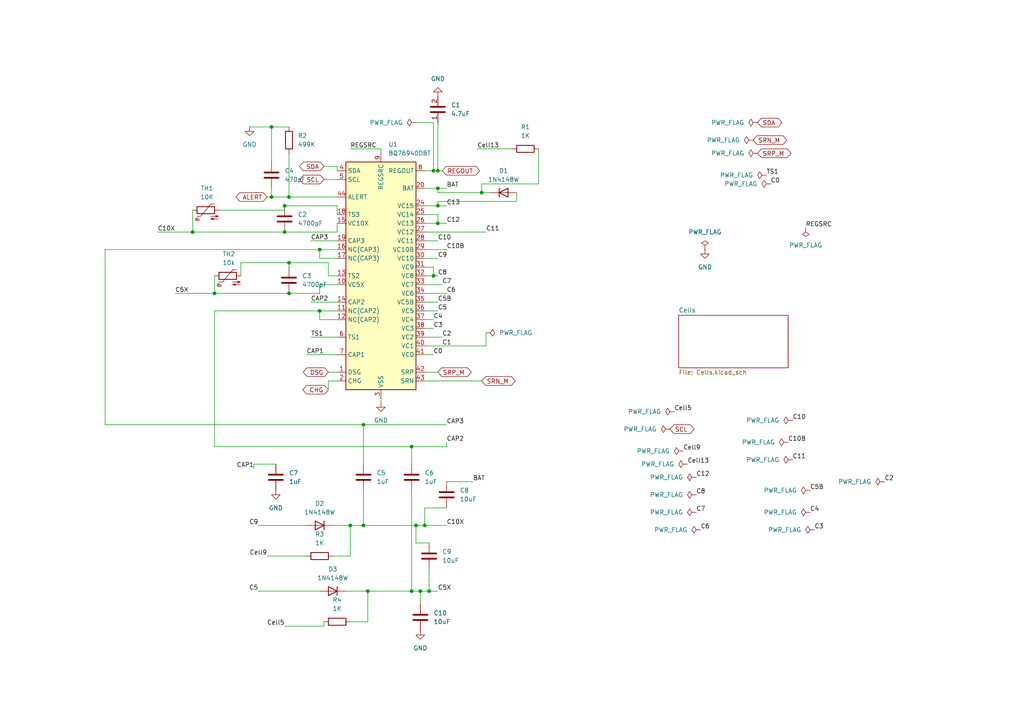
<source format=kicad_sch>
(kicad_sch
	(version 20250114)
	(generator "eeschema")
	(generator_version "9.0")
	(uuid "03d0562f-c67b-45a3-9920-b04735b16835")
	(paper "A4")
	(lib_symbols
		(symbol "BQ7694003:BQ76940DBT"
			(exclude_from_sim no)
			(in_bom yes)
			(on_board yes)
			(property "Reference" "U"
				(at -10.16 34.29 0)
				(effects
					(font
						(size 1.27 1.27)
					)
					(justify left)
				)
			)
			(property "Value" "BQ76940DBT"
				(at 12.7 34.29 0)
				(effects
					(font
						(size 1.27 1.27)
					)
					(justify right)
				)
			)
			(property "Footprint" "Package_SO:TSSOP-44_4.4x11.2mm_P0.5mm"
				(at 22.86 -34.29 0)
				(effects
					(font
						(size 1.27 1.27)
					)
					(hide yes)
				)
			)
			(property "Datasheet" "http://www.ti.com/lit/ds/symlink/bq76940.pdf"
				(at 17.78 29.21 0)
				(effects
					(font
						(size 1.27 1.27)
					)
					(hide yes)
				)
			)
			(property "Description" "Lithium battery monitor, 9-15 cells, integrated balancing, I2C interface, TSSOP-44"
				(at 0 0 0)
				(effects
					(font
						(size 1.27 1.27)
					)
					(hide yes)
				)
			)
			(property "ki_keywords" "lithium battery balance charge afe"
				(at 0 0 0)
				(effects
					(font
						(size 1.27 1.27)
					)
					(hide yes)
				)
			)
			(property "ki_fp_filters" "TSSOP*4.4x11.2mm*P0.5mm*"
				(at 0 0 0)
				(effects
					(font
						(size 1.27 1.27)
					)
					(hide yes)
				)
			)
			(symbol "BQ76940DBT_0_1"
				(rectangle
					(start -10.16 33.02)
					(end 10.16 -33.02)
					(stroke
						(width 0.254)
						(type default)
					)
					(fill
						(type background)
					)
				)
			)
			(symbol "BQ76940DBT_1_0"
				(pin bidirectional line
					(at -12.7 22.86 0)
					(length 2.54)
					(name "ALERT"
						(effects
							(font
								(size 1.27 1.27)
							)
						)
					)
					(number "44"
						(effects
							(font
								(size 1.27 1.27)
							)
						)
					)
				)
				(pin passive line
					(at -12.7 17.78 0)
					(length 2.54)
					(name "TS3"
						(effects
							(font
								(size 1.27 1.27)
							)
						)
					)
					(number "18"
						(effects
							(font
								(size 1.27 1.27)
							)
						)
					)
				)
				(pin passive line
					(at -12.7 15.24 0)
					(length 2.54)
					(name "VC10X"
						(effects
							(font
								(size 1.27 1.27)
							)
						)
					)
					(number "15"
						(effects
							(font
								(size 1.27 1.27)
							)
						)
					)
				)
				(pin passive line
					(at -12.7 10.16 0)
					(length 2.54)
					(name "CAP3"
						(effects
							(font
								(size 1.27 1.27)
							)
						)
					)
					(number "19"
						(effects
							(font
								(size 1.27 1.27)
							)
						)
					)
				)
				(pin passive line
					(at -12.7 7.62 0)
					(length 2.54)
					(name "NC(CAP3)"
						(effects
							(font
								(size 1.27 1.27)
							)
						)
					)
					(number "16"
						(effects
							(font
								(size 1.27 1.27)
							)
						)
					)
				)
				(pin passive line
					(at -12.7 5.08 0)
					(length 2.54)
					(name "NC(CAP3)"
						(effects
							(font
								(size 1.27 1.27)
							)
						)
					)
					(number "17"
						(effects
							(font
								(size 1.27 1.27)
							)
						)
					)
				)
				(pin passive line
					(at -12.7 0 0)
					(length 2.54)
					(name "TS2"
						(effects
							(font
								(size 1.27 1.27)
							)
						)
					)
					(number "13"
						(effects
							(font
								(size 1.27 1.27)
							)
						)
					)
				)
				(pin passive line
					(at -12.7 -2.54 0)
					(length 2.54)
					(name "VC5X"
						(effects
							(font
								(size 1.27 1.27)
							)
						)
					)
					(number "10"
						(effects
							(font
								(size 1.27 1.27)
							)
						)
					)
				)
				(pin passive line
					(at -12.7 -7.62 0)
					(length 2.54)
					(name "CAP2"
						(effects
							(font
								(size 1.27 1.27)
							)
						)
					)
					(number "14"
						(effects
							(font
								(size 1.27 1.27)
							)
						)
					)
				)
				(pin passive line
					(at -12.7 -10.16 0)
					(length 2.54)
					(name "NC(CAP2)"
						(effects
							(font
								(size 1.27 1.27)
							)
						)
					)
					(number "11"
						(effects
							(font
								(size 1.27 1.27)
							)
						)
					)
				)
				(pin passive line
					(at -12.7 -12.7 0)
					(length 2.54)
					(name "NC(CAP2)"
						(effects
							(font
								(size 1.27 1.27)
							)
						)
					)
					(number "12"
						(effects
							(font
								(size 1.27 1.27)
							)
						)
					)
				)
				(pin passive line
					(at -12.7 -17.78 0)
					(length 2.54)
					(name "TS1"
						(effects
							(font
								(size 1.27 1.27)
							)
						)
					)
					(number "6"
						(effects
							(font
								(size 1.27 1.27)
							)
						)
					)
				)
				(pin passive line
					(at -12.7 -22.86 0)
					(length 2.54)
					(name "CAP1"
						(effects
							(font
								(size 1.27 1.27)
							)
						)
					)
					(number "7"
						(effects
							(font
								(size 1.27 1.27)
							)
						)
					)
				)
				(pin no_connect line
					(at -5.08 -33.02 90)
					(length 2.54)
					(hide yes)
					(name "NC"
						(effects
							(font
								(size 1.27 1.27)
							)
						)
					)
					(number "21"
						(effects
							(font
								(size 1.27 1.27)
							)
						)
					)
				)
				(pin no_connect line
					(at -2.54 -33.02 90)
					(length 2.54)
					(hide yes)
					(name "NC"
						(effects
							(font
								(size 1.27 1.27)
							)
						)
					)
					(number "22"
						(effects
							(font
								(size 1.27 1.27)
							)
						)
					)
				)
				(pin power_in line
					(at 0 35.56 270)
					(length 2.54)
					(name "REGSRC"
						(effects
							(font
								(size 1.27 1.27)
							)
						)
					)
					(number "9"
						(effects
							(font
								(size 1.27 1.27)
							)
						)
					)
				)
				(pin no_connect line
					(at 2.54 -33.02 90)
					(length 2.54)
					(hide yes)
					(name "NC"
						(effects
							(font
								(size 1.27 1.27)
							)
						)
					)
					(number "23"
						(effects
							(font
								(size 1.27 1.27)
							)
						)
					)
				)
				(pin passive line
					(at 12.7 30.48 180)
					(length 2.54)
					(name "REGOUT"
						(effects
							(font
								(size 1.27 1.27)
							)
						)
					)
					(number "8"
						(effects
							(font
								(size 1.27 1.27)
							)
						)
					)
				)
				(pin input line
					(at 12.7 25.4 180)
					(length 2.54)
					(name "BAT"
						(effects
							(font
								(size 1.27 1.27)
							)
						)
					)
					(number "20"
						(effects
							(font
								(size 1.27 1.27)
							)
						)
					)
				)
				(pin input line
					(at 12.7 20.32 180)
					(length 2.54)
					(name "VC15"
						(effects
							(font
								(size 1.27 1.27)
							)
						)
					)
					(number "24"
						(effects
							(font
								(size 1.27 1.27)
							)
						)
					)
				)
				(pin input line
					(at 12.7 17.78 180)
					(length 2.54)
					(name "VC14"
						(effects
							(font
								(size 1.27 1.27)
							)
						)
					)
					(number "25"
						(effects
							(font
								(size 1.27 1.27)
							)
						)
					)
				)
				(pin input line
					(at 12.7 15.24 180)
					(length 2.54)
					(name "VC13"
						(effects
							(font
								(size 1.27 1.27)
							)
						)
					)
					(number "26"
						(effects
							(font
								(size 1.27 1.27)
							)
						)
					)
				)
				(pin input line
					(at 12.7 12.7 180)
					(length 2.54)
					(name "VC12"
						(effects
							(font
								(size 1.27 1.27)
							)
						)
					)
					(number "27"
						(effects
							(font
								(size 1.27 1.27)
							)
						)
					)
				)
				(pin input line
					(at 12.7 10.16 180)
					(length 2.54)
					(name "VC11"
						(effects
							(font
								(size 1.27 1.27)
							)
						)
					)
					(number "28"
						(effects
							(font
								(size 1.27 1.27)
							)
						)
					)
				)
				(pin input line
					(at 12.7 7.62 180)
					(length 2.54)
					(name "VC10B"
						(effects
							(font
								(size 1.27 1.27)
							)
						)
					)
					(number "29"
						(effects
							(font
								(size 1.27 1.27)
							)
						)
					)
				)
				(pin input line
					(at 12.7 5.08 180)
					(length 2.54)
					(name "VC10"
						(effects
							(font
								(size 1.27 1.27)
							)
						)
					)
					(number "30"
						(effects
							(font
								(size 1.27 1.27)
							)
						)
					)
				)
				(pin input line
					(at 12.7 2.54 180)
					(length 2.54)
					(name "VC9"
						(effects
							(font
								(size 1.27 1.27)
							)
						)
					)
					(number "31"
						(effects
							(font
								(size 1.27 1.27)
							)
						)
					)
				)
				(pin input line
					(at 12.7 0 180)
					(length 2.54)
					(name "VC8"
						(effects
							(font
								(size 1.27 1.27)
							)
						)
					)
					(number "32"
						(effects
							(font
								(size 1.27 1.27)
							)
						)
					)
				)
				(pin input line
					(at 12.7 -2.54 180)
					(length 2.54)
					(name "VC7"
						(effects
							(font
								(size 1.27 1.27)
							)
						)
					)
					(number "33"
						(effects
							(font
								(size 1.27 1.27)
							)
						)
					)
				)
				(pin input line
					(at 12.7 -5.08 180)
					(length 2.54)
					(name "VC6"
						(effects
							(font
								(size 1.27 1.27)
							)
						)
					)
					(number "34"
						(effects
							(font
								(size 1.27 1.27)
							)
						)
					)
				)
				(pin input line
					(at 12.7 -7.62 180)
					(length 2.54)
					(name "VC5B"
						(effects
							(font
								(size 1.27 1.27)
							)
						)
					)
					(number "35"
						(effects
							(font
								(size 1.27 1.27)
							)
						)
					)
				)
				(pin input line
					(at 12.7 -10.16 180)
					(length 2.54)
					(name "VC5"
						(effects
							(font
								(size 1.27 1.27)
							)
						)
					)
					(number "36"
						(effects
							(font
								(size 1.27 1.27)
							)
						)
					)
				)
				(pin input line
					(at 12.7 -12.7 180)
					(length 2.54)
					(name "VC4"
						(effects
							(font
								(size 1.27 1.27)
							)
						)
					)
					(number "37"
						(effects
							(font
								(size 1.27 1.27)
							)
						)
					)
				)
				(pin input line
					(at 12.7 -15.24 180)
					(length 2.54)
					(name "VC3"
						(effects
							(font
								(size 1.27 1.27)
							)
						)
					)
					(number "38"
						(effects
							(font
								(size 1.27 1.27)
							)
						)
					)
				)
				(pin input line
					(at 12.7 -17.78 180)
					(length 2.54)
					(name "VC2"
						(effects
							(font
								(size 1.27 1.27)
							)
						)
					)
					(number "39"
						(effects
							(font
								(size 1.27 1.27)
							)
						)
					)
				)
				(pin input line
					(at 12.7 -20.32 180)
					(length 2.54)
					(name "VC1"
						(effects
							(font
								(size 1.27 1.27)
							)
						)
					)
					(number "40"
						(effects
							(font
								(size 1.27 1.27)
							)
						)
					)
				)
				(pin input line
					(at 12.7 -22.86 180)
					(length 2.54)
					(name "VC0"
						(effects
							(font
								(size 1.27 1.27)
							)
						)
					)
					(number "41"
						(effects
							(font
								(size 1.27 1.27)
							)
						)
					)
				)
				(pin input line
					(at 12.7 -27.94 180)
					(length 2.54)
					(name "SRP"
						(effects
							(font
								(size 1.27 1.27)
							)
						)
					)
					(number "42"
						(effects
							(font
								(size 1.27 1.27)
							)
						)
					)
				)
				(pin input line
					(at 12.7 -30.48 180)
					(length 2.54)
					(name "SRN"
						(effects
							(font
								(size 1.27 1.27)
							)
						)
					)
					(number "43"
						(effects
							(font
								(size 1.27 1.27)
							)
						)
					)
				)
			)
			(symbol "BQ76940DBT_1_1"
				(pin bidirectional line
					(at -12.7 30.48 0)
					(length 2.54)
					(name "SDA"
						(effects
							(font
								(size 1.27 1.27)
							)
						)
					)
					(number "4"
						(effects
							(font
								(size 1.27 1.27)
							)
						)
					)
				)
				(pin input line
					(at -12.7 27.94 0)
					(length 2.54)
					(name "SCL"
						(effects
							(font
								(size 1.27 1.27)
							)
						)
					)
					(number "5"
						(effects
							(font
								(size 1.27 1.27)
							)
						)
					)
				)
				(pin output line
					(at -12.7 -27.94 0)
					(length 2.54)
					(name "DSG"
						(effects
							(font
								(size 1.27 1.27)
							)
						)
					)
					(number "1"
						(effects
							(font
								(size 1.27 1.27)
							)
						)
					)
				)
				(pin output line
					(at -12.7 -30.48 0)
					(length 2.54)
					(name "CHG"
						(effects
							(font
								(size 1.27 1.27)
							)
						)
					)
					(number "2"
						(effects
							(font
								(size 1.27 1.27)
							)
						)
					)
				)
				(pin power_in line
					(at 0 -35.56 90)
					(length 2.54)
					(name "VSS"
						(effects
							(font
								(size 1.27 1.27)
							)
						)
					)
					(number "3"
						(effects
							(font
								(size 1.27 1.27)
							)
						)
					)
				)
			)
			(embedded_fonts no)
		)
		(symbol "C_1"
			(pin_names
				(offset 0.254)
			)
			(exclude_from_sim no)
			(in_bom yes)
			(on_board yes)
			(property "Reference" "C"
				(at 0.635 2.54 0)
				(effects
					(font
						(size 1.27 1.27)
					)
					(justify left)
				)
			)
			(property "Value" "C"
				(at 0.635 -2.54 0)
				(effects
					(font
						(size 1.27 1.27)
					)
					(justify left)
				)
			)
			(property "Footprint" ""
				(at 0.9652 -3.81 0)
				(effects
					(font
						(size 1.27 1.27)
					)
					(hide yes)
				)
			)
			(property "Datasheet" "~"
				(at 0 0 0)
				(effects
					(font
						(size 1.27 1.27)
					)
					(hide yes)
				)
			)
			(property "Description" "Unpolarized capacitor"
				(at 0 0 0)
				(effects
					(font
						(size 1.27 1.27)
					)
					(hide yes)
				)
			)
			(property "ki_keywords" "cap capacitor"
				(at 0 0 0)
				(effects
					(font
						(size 1.27 1.27)
					)
					(hide yes)
				)
			)
			(property "ki_fp_filters" "C_*"
				(at 0 0 0)
				(effects
					(font
						(size 1.27 1.27)
					)
					(hide yes)
				)
			)
			(symbol "C_1_0_1"
				(polyline
					(pts
						(xy -2.032 0.762) (xy 2.032 0.762)
					)
					(stroke
						(width 0.508)
						(type default)
					)
					(fill
						(type none)
					)
				)
				(polyline
					(pts
						(xy -2.032 -0.762) (xy 2.032 -0.762)
					)
					(stroke
						(width 0.508)
						(type default)
					)
					(fill
						(type none)
					)
				)
			)
			(symbol "C_1_1_1"
				(pin passive line
					(at 0 3.81 270)
					(length 2.794)
					(name "~"
						(effects
							(font
								(size 1.27 1.27)
							)
						)
					)
					(number "1"
						(effects
							(font
								(size 1.27 1.27)
							)
						)
					)
				)
				(pin passive line
					(at 0 -3.81 90)
					(length 2.794)
					(name "~"
						(effects
							(font
								(size 1.27 1.27)
							)
						)
					)
					(number "2"
						(effects
							(font
								(size 1.27 1.27)
							)
						)
					)
				)
			)
			(embedded_fonts no)
		)
		(symbol "Device:C"
			(pin_numbers
				(hide yes)
			)
			(pin_names
				(offset 0.254)
			)
			(exclude_from_sim no)
			(in_bom yes)
			(on_board yes)
			(property "Reference" "C"
				(at 0.635 2.54 0)
				(effects
					(font
						(size 1.27 1.27)
					)
					(justify left)
				)
			)
			(property "Value" "C"
				(at 0.635 -2.54 0)
				(effects
					(font
						(size 1.27 1.27)
					)
					(justify left)
				)
			)
			(property "Footprint" ""
				(at 0.9652 -3.81 0)
				(effects
					(font
						(size 1.27 1.27)
					)
					(hide yes)
				)
			)
			(property "Datasheet" "~"
				(at 0 0 0)
				(effects
					(font
						(size 1.27 1.27)
					)
					(hide yes)
				)
			)
			(property "Description" "Unpolarized capacitor"
				(at 0 0 0)
				(effects
					(font
						(size 1.27 1.27)
					)
					(hide yes)
				)
			)
			(property "ki_keywords" "cap capacitor"
				(at 0 0 0)
				(effects
					(font
						(size 1.27 1.27)
					)
					(hide yes)
				)
			)
			(property "ki_fp_filters" "C_*"
				(at 0 0 0)
				(effects
					(font
						(size 1.27 1.27)
					)
					(hide yes)
				)
			)
			(symbol "C_0_1"
				(polyline
					(pts
						(xy -2.032 0.762) (xy 2.032 0.762)
					)
					(stroke
						(width 0.508)
						(type default)
					)
					(fill
						(type none)
					)
				)
				(polyline
					(pts
						(xy -2.032 -0.762) (xy 2.032 -0.762)
					)
					(stroke
						(width 0.508)
						(type default)
					)
					(fill
						(type none)
					)
				)
			)
			(symbol "C_1_1"
				(pin passive line
					(at 0 3.81 270)
					(length 2.794)
					(name "~"
						(effects
							(font
								(size 1.27 1.27)
							)
						)
					)
					(number "1"
						(effects
							(font
								(size 1.27 1.27)
							)
						)
					)
				)
				(pin passive line
					(at 0 -3.81 90)
					(length 2.794)
					(name "~"
						(effects
							(font
								(size 1.27 1.27)
							)
						)
					)
					(number "2"
						(effects
							(font
								(size 1.27 1.27)
							)
						)
					)
				)
			)
			(embedded_fonts no)
		)
		(symbol "Device:R"
			(pin_numbers
				(hide yes)
			)
			(pin_names
				(offset 0)
			)
			(exclude_from_sim no)
			(in_bom yes)
			(on_board yes)
			(property "Reference" "R"
				(at 2.032 0 90)
				(effects
					(font
						(size 1.27 1.27)
					)
				)
			)
			(property "Value" "R"
				(at 0 0 90)
				(effects
					(font
						(size 1.27 1.27)
					)
				)
			)
			(property "Footprint" ""
				(at -1.778 0 90)
				(effects
					(font
						(size 1.27 1.27)
					)
					(hide yes)
				)
			)
			(property "Datasheet" "~"
				(at 0 0 0)
				(effects
					(font
						(size 1.27 1.27)
					)
					(hide yes)
				)
			)
			(property "Description" "Resistor"
				(at 0 0 0)
				(effects
					(font
						(size 1.27 1.27)
					)
					(hide yes)
				)
			)
			(property "ki_keywords" "R res resistor"
				(at 0 0 0)
				(effects
					(font
						(size 1.27 1.27)
					)
					(hide yes)
				)
			)
			(property "ki_fp_filters" "R_*"
				(at 0 0 0)
				(effects
					(font
						(size 1.27 1.27)
					)
					(hide yes)
				)
			)
			(symbol "R_0_1"
				(rectangle
					(start -1.016 -2.54)
					(end 1.016 2.54)
					(stroke
						(width 0.254)
						(type default)
					)
					(fill
						(type none)
					)
				)
			)
			(symbol "R_1_1"
				(pin passive line
					(at 0 3.81 270)
					(length 1.27)
					(name "~"
						(effects
							(font
								(size 1.27 1.27)
							)
						)
					)
					(number "1"
						(effects
							(font
								(size 1.27 1.27)
							)
						)
					)
				)
				(pin passive line
					(at 0 -3.81 90)
					(length 1.27)
					(name "~"
						(effects
							(font
								(size 1.27 1.27)
							)
						)
					)
					(number "2"
						(effects
							(font
								(size 1.27 1.27)
							)
						)
					)
				)
			)
			(embedded_fonts no)
		)
		(symbol "Device:Thermistor_NTC"
			(pin_numbers
				(hide yes)
			)
			(pin_names
				(offset 0)
			)
			(exclude_from_sim no)
			(in_bom yes)
			(on_board yes)
			(property "Reference" "TH"
				(at -4.445 0 90)
				(effects
					(font
						(size 1.27 1.27)
					)
				)
			)
			(property "Value" "Thermistor_NTC"
				(at 3.175 0 90)
				(effects
					(font
						(size 1.27 1.27)
					)
				)
			)
			(property "Footprint" ""
				(at 0 1.27 0)
				(effects
					(font
						(size 1.27 1.27)
					)
					(hide yes)
				)
			)
			(property "Datasheet" "~"
				(at 0 1.27 0)
				(effects
					(font
						(size 1.27 1.27)
					)
					(hide yes)
				)
			)
			(property "Description" "Temperature dependent resistor, negative temperature coefficient"
				(at 0 0 0)
				(effects
					(font
						(size 1.27 1.27)
					)
					(hide yes)
				)
			)
			(property "ki_keywords" "thermistor NTC resistor sensor RTD"
				(at 0 0 0)
				(effects
					(font
						(size 1.27 1.27)
					)
					(hide yes)
				)
			)
			(property "ki_fp_filters" "*NTC* *Thermistor* PIN?ARRAY* bornier* *Terminal?Block* R_*"
				(at 0 0 0)
				(effects
					(font
						(size 1.27 1.27)
					)
					(hide yes)
				)
			)
			(symbol "Thermistor_NTC_0_1"
				(arc
					(start -3.175 2.413)
					(mid -3.0506 2.3165)
					(end -3.048 2.159)
					(stroke
						(width 0)
						(type default)
					)
					(fill
						(type none)
					)
				)
				(arc
					(start -3.048 2.794)
					(mid -2.9736 2.9736)
					(end -2.794 3.048)
					(stroke
						(width 0)
						(type default)
					)
					(fill
						(type none)
					)
				)
				(arc
					(start -2.794 3.048)
					(mid -2.6144 2.9736)
					(end -2.54 2.794)
					(stroke
						(width 0)
						(type default)
					)
					(fill
						(type none)
					)
				)
				(arc
					(start -2.794 2.54)
					(mid -2.9736 2.6144)
					(end -3.048 2.794)
					(stroke
						(width 0)
						(type default)
					)
					(fill
						(type none)
					)
				)
				(arc
					(start -2.794 1.905)
					(mid -2.9736 1.9794)
					(end -3.048 2.159)
					(stroke
						(width 0)
						(type default)
					)
					(fill
						(type none)
					)
				)
				(arc
					(start -2.54 2.159)
					(mid -2.6144 1.9794)
					(end -2.794 1.905)
					(stroke
						(width 0)
						(type default)
					)
					(fill
						(type none)
					)
				)
				(arc
					(start -2.159 2.794)
					(mid -2.434 2.5608)
					(end -2.794 2.54)
					(stroke
						(width 0)
						(type default)
					)
					(fill
						(type none)
					)
				)
				(polyline
					(pts
						(xy -2.54 2.159) (xy -2.54 2.794)
					)
					(stroke
						(width 0)
						(type default)
					)
					(fill
						(type none)
					)
				)
				(polyline
					(pts
						(xy -2.54 -3.683) (xy -2.54 -1.397) (xy -2.794 -2.159) (xy -2.286 -2.159) (xy -2.54 -1.397) (xy -2.54 -1.651)
					)
					(stroke
						(width 0)
						(type default)
					)
					(fill
						(type outline)
					)
				)
				(polyline
					(pts
						(xy -1.778 2.54) (xy -1.778 1.524) (xy 1.778 -1.524) (xy 1.778 -2.54)
					)
					(stroke
						(width 0)
						(type default)
					)
					(fill
						(type none)
					)
				)
				(polyline
					(pts
						(xy -1.778 -1.397) (xy -1.778 -3.683) (xy -2.032 -2.921) (xy -1.524 -2.921) (xy -1.778 -3.683)
						(xy -1.778 -3.429)
					)
					(stroke
						(width 0)
						(type default)
					)
					(fill
						(type outline)
					)
				)
				(rectangle
					(start -1.016 2.54)
					(end 1.016 -2.54)
					(stroke
						(width 0.254)
						(type default)
					)
					(fill
						(type none)
					)
				)
			)
			(symbol "Thermistor_NTC_1_1"
				(pin passive line
					(at 0 3.81 270)
					(length 1.27)
					(name "~"
						(effects
							(font
								(size 1.27 1.27)
							)
						)
					)
					(number "1"
						(effects
							(font
								(size 1.27 1.27)
							)
						)
					)
				)
				(pin passive line
					(at 0 -3.81 90)
					(length 1.27)
					(name "~"
						(effects
							(font
								(size 1.27 1.27)
							)
						)
					)
					(number "2"
						(effects
							(font
								(size 1.27 1.27)
							)
						)
					)
				)
			)
			(embedded_fonts no)
		)
		(symbol "Diode:1N4148W"
			(pin_numbers
				(hide yes)
			)
			(pin_names
				(hide yes)
			)
			(exclude_from_sim no)
			(in_bom yes)
			(on_board yes)
			(property "Reference" "D"
				(at 0 2.54 0)
				(effects
					(font
						(size 1.27 1.27)
					)
				)
			)
			(property "Value" "1N4148W"
				(at 0 -2.54 0)
				(effects
					(font
						(size 1.27 1.27)
					)
				)
			)
			(property "Footprint" "Diode_SMD:D_SOD-123"
				(at 0 -4.445 0)
				(effects
					(font
						(size 1.27 1.27)
					)
					(hide yes)
				)
			)
			(property "Datasheet" "https://www.vishay.com/docs/85748/1n4148w.pdf"
				(at 0 0 0)
				(effects
					(font
						(size 1.27 1.27)
					)
					(hide yes)
				)
			)
			(property "Description" "75V 0.15A Fast Switching Diode, SOD-123"
				(at 0 0 0)
				(effects
					(font
						(size 1.27 1.27)
					)
					(hide yes)
				)
			)
			(property "Sim.Device" "D"
				(at 0 0 0)
				(effects
					(font
						(size 1.27 1.27)
					)
					(hide yes)
				)
			)
			(property "Sim.Pins" "1=K 2=A"
				(at 0 0 0)
				(effects
					(font
						(size 1.27 1.27)
					)
					(hide yes)
				)
			)
			(property "ki_keywords" "diode"
				(at 0 0 0)
				(effects
					(font
						(size 1.27 1.27)
					)
					(hide yes)
				)
			)
			(property "ki_fp_filters" "D*SOD?123*"
				(at 0 0 0)
				(effects
					(font
						(size 1.27 1.27)
					)
					(hide yes)
				)
			)
			(symbol "1N4148W_0_1"
				(polyline
					(pts
						(xy -1.27 1.27) (xy -1.27 -1.27)
					)
					(stroke
						(width 0.254)
						(type default)
					)
					(fill
						(type none)
					)
				)
				(polyline
					(pts
						(xy 1.27 1.27) (xy 1.27 -1.27) (xy -1.27 0) (xy 1.27 1.27)
					)
					(stroke
						(width 0.254)
						(type default)
					)
					(fill
						(type none)
					)
				)
				(polyline
					(pts
						(xy 1.27 0) (xy -1.27 0)
					)
					(stroke
						(width 0)
						(type default)
					)
					(fill
						(type none)
					)
				)
			)
			(symbol "1N4148W_1_1"
				(pin passive line
					(at -3.81 0 0)
					(length 2.54)
					(name "K"
						(effects
							(font
								(size 1.27 1.27)
							)
						)
					)
					(number "1"
						(effects
							(font
								(size 1.27 1.27)
							)
						)
					)
				)
				(pin passive line
					(at 3.81 0 180)
					(length 2.54)
					(name "A"
						(effects
							(font
								(size 1.27 1.27)
							)
						)
					)
					(number "2"
						(effects
							(font
								(size 1.27 1.27)
							)
						)
					)
				)
			)
			(embedded_fonts no)
		)
		(symbol "power:GND"
			(power)
			(pin_numbers
				(hide yes)
			)
			(pin_names
				(offset 0)
				(hide yes)
			)
			(exclude_from_sim no)
			(in_bom yes)
			(on_board yes)
			(property "Reference" "#PWR"
				(at 0 -6.35 0)
				(effects
					(font
						(size 1.27 1.27)
					)
					(hide yes)
				)
			)
			(property "Value" "GND"
				(at 0 -3.81 0)
				(effects
					(font
						(size 1.27 1.27)
					)
				)
			)
			(property "Footprint" ""
				(at 0 0 0)
				(effects
					(font
						(size 1.27 1.27)
					)
					(hide yes)
				)
			)
			(property "Datasheet" ""
				(at 0 0 0)
				(effects
					(font
						(size 1.27 1.27)
					)
					(hide yes)
				)
			)
			(property "Description" "Power symbol creates a global label with name \"GND\" , ground"
				(at 0 0 0)
				(effects
					(font
						(size 1.27 1.27)
					)
					(hide yes)
				)
			)
			(property "ki_keywords" "global power"
				(at 0 0 0)
				(effects
					(font
						(size 1.27 1.27)
					)
					(hide yes)
				)
			)
			(symbol "GND_0_1"
				(polyline
					(pts
						(xy 0 0) (xy 0 -1.27) (xy 1.27 -1.27) (xy 0 -2.54) (xy -1.27 -1.27) (xy 0 -1.27)
					)
					(stroke
						(width 0)
						(type default)
					)
					(fill
						(type none)
					)
				)
			)
			(symbol "GND_1_1"
				(pin power_in line
					(at 0 0 270)
					(length 0)
					(name "~"
						(effects
							(font
								(size 1.27 1.27)
							)
						)
					)
					(number "1"
						(effects
							(font
								(size 1.27 1.27)
							)
						)
					)
				)
			)
			(embedded_fonts no)
		)
		(symbol "power:PWR_FLAG"
			(power)
			(pin_numbers
				(hide yes)
			)
			(pin_names
				(offset 0)
				(hide yes)
			)
			(exclude_from_sim no)
			(in_bom yes)
			(on_board yes)
			(property "Reference" "#FLG"
				(at 0 1.905 0)
				(effects
					(font
						(size 1.27 1.27)
					)
					(hide yes)
				)
			)
			(property "Value" "PWR_FLAG"
				(at 0 3.81 0)
				(effects
					(font
						(size 1.27 1.27)
					)
				)
			)
			(property "Footprint" ""
				(at 0 0 0)
				(effects
					(font
						(size 1.27 1.27)
					)
					(hide yes)
				)
			)
			(property "Datasheet" "~"
				(at 0 0 0)
				(effects
					(font
						(size 1.27 1.27)
					)
					(hide yes)
				)
			)
			(property "Description" "Special symbol for telling ERC where power comes from"
				(at 0 0 0)
				(effects
					(font
						(size 1.27 1.27)
					)
					(hide yes)
				)
			)
			(property "ki_keywords" "flag power"
				(at 0 0 0)
				(effects
					(font
						(size 1.27 1.27)
					)
					(hide yes)
				)
			)
			(symbol "PWR_FLAG_0_0"
				(pin power_out line
					(at 0 0 90)
					(length 0)
					(name "~"
						(effects
							(font
								(size 1.27 1.27)
							)
						)
					)
					(number "1"
						(effects
							(font
								(size 1.27 1.27)
							)
						)
					)
				)
			)
			(symbol "PWR_FLAG_0_1"
				(polyline
					(pts
						(xy 0 0) (xy 0 1.27) (xy -1.016 1.905) (xy 0 2.54) (xy 1.016 1.905) (xy 0 1.27)
					)
					(stroke
						(width 0)
						(type default)
					)
					(fill
						(type none)
					)
				)
			)
			(embedded_fonts no)
		)
	)
	(junction
		(at 127 59.69)
		(diameter 0)
		(color 0 0 0 0)
		(uuid "005fd292-7a13-4dce-a000-729dcdf6a995")
	)
	(junction
		(at 124.46 171.45)
		(diameter 0)
		(color 0 0 0 0)
		(uuid "01c5538f-5724-4ca9-b846-bd345b382095")
	)
	(junction
		(at 127 49.53)
		(diameter 0)
		(color 0 0 0 0)
		(uuid "0e68a69e-d749-4880-8fa9-7cca36dbbcb7")
	)
	(junction
		(at 123.19 152.4)
		(diameter 0)
		(color 0 0 0 0)
		(uuid "11593a2f-ee07-456c-ae1d-ab1b84dfccf3")
	)
	(junction
		(at 55.88 67.31)
		(diameter 0)
		(color 0 0 0 0)
		(uuid "1f896adf-33d4-4a19-9894-03c8c0d24f8d")
	)
	(junction
		(at 78.74 36.83)
		(diameter 0)
		(color 0 0 0 0)
		(uuid "278ee1e8-c3fe-4a9c-a11d-9ccf2da146f2")
	)
	(junction
		(at 92.71 72.39)
		(diameter 0)
		(color 0 0 0 0)
		(uuid "2a03ee9e-9fb0-4cff-88fc-cd32d8b0f7bb")
	)
	(junction
		(at 125.73 80.01)
		(diameter 0)
		(color 0 0 0 0)
		(uuid "35ae9324-2906-4c9f-9c6f-d866a956ab4e")
	)
	(junction
		(at 106.68 171.45)
		(diameter 0)
		(color 0 0 0 0)
		(uuid "43b8ef8e-69d0-480a-9c82-0e38af2e96a0")
	)
	(junction
		(at 78.74 57.15)
		(diameter 0)
		(color 0 0 0 0)
		(uuid "47a7d120-fd1f-4b0c-bd6e-7c0ea0d8355b")
	)
	(junction
		(at 120.65 152.4)
		(diameter 0)
		(color 0 0 0 0)
		(uuid "4f98cf92-7268-4cf8-9802-990b324c9714")
	)
	(junction
		(at 101.6 152.4)
		(diameter 0)
		(color 0 0 0 0)
		(uuid "517ccd78-07aa-463d-948c-fd494a401c32")
	)
	(junction
		(at 127 64.77)
		(diameter 0)
		(color 0 0 0 0)
		(uuid "5ff5db2c-155d-4c81-8616-e6e2e338f4ef")
	)
	(junction
		(at 82.55 59.69)
		(diameter 0)
		(color 0 0 0 0)
		(uuid "6aae61a2-1819-4c72-9e98-7d831a4c7ba6")
	)
	(junction
		(at 62.23 85.09)
		(diameter 0)
		(color 0 0 0 0)
		(uuid "7f8018d2-23e9-4286-b2f2-d1220e34aa50")
	)
	(junction
		(at 83.82 85.09)
		(diameter 0)
		(color 0 0 0 0)
		(uuid "85c51b36-8c14-4436-be7a-69e5ecb17beb")
	)
	(junction
		(at 139.7 55.88)
		(diameter 0)
		(color 0 0 0 0)
		(uuid "889d9912-1a8c-494f-92f8-d0bad21f0a3b")
	)
	(junction
		(at 127 54.61)
		(diameter 0)
		(color 0 0 0 0)
		(uuid "88c03c26-0870-4583-b7ed-0ddd8da7f4ec")
	)
	(junction
		(at 125.73 49.53)
		(diameter 0)
		(color 0 0 0 0)
		(uuid "8c5d49d1-f486-4e52-afa8-145db577f5ba")
	)
	(junction
		(at 119.38 171.45)
		(diameter 0)
		(color 0 0 0 0)
		(uuid "8dabaa85-47bd-4e4e-8f9d-bc8d96590628")
	)
	(junction
		(at 92.71 90.17)
		(diameter 0)
		(color 0 0 0 0)
		(uuid "9671c714-8714-4cea-ad58-7a7e89d978ee")
	)
	(junction
		(at 119.38 129.54)
		(diameter 0)
		(color 0 0 0 0)
		(uuid "b2d74296-ad6a-4d48-ad33-b2148233fd6b")
	)
	(junction
		(at 105.41 123.19)
		(diameter 0)
		(color 0 0 0 0)
		(uuid "b98e98e3-19c1-43fe-86c1-483b2bce525c")
	)
	(junction
		(at 83.82 57.15)
		(diameter 0)
		(color 0 0 0 0)
		(uuid "c3c27c7d-6382-4ef8-befc-fa009fcc2b36")
	)
	(junction
		(at 121.92 171.45)
		(diameter 0)
		(color 0 0 0 0)
		(uuid "c6da9c72-6b0e-4371-b763-687267c23e75")
	)
	(junction
		(at 82.55 67.31)
		(diameter 0)
		(color 0 0 0 0)
		(uuid "c93d60ca-5c3a-48ef-ad78-6c77831969c3")
	)
	(junction
		(at 83.82 76.2)
		(diameter 0)
		(color 0 0 0 0)
		(uuid "d4ed4d69-3fb7-495e-857e-c9eb880d4379")
	)
	(junction
		(at 105.41 152.4)
		(diameter 0)
		(color 0 0 0 0)
		(uuid "f6ebd31c-2326-4cda-9b49-be44fadcea3e")
	)
	(wire
		(pts
			(xy 123.19 107.95) (xy 127 107.95)
		)
		(stroke
			(width 0)
			(type default)
		)
		(uuid "00091c9f-b536-4811-8616-6067e6f1cb07")
	)
	(wire
		(pts
			(xy 123.19 147.32) (xy 123.19 152.4)
		)
		(stroke
			(width 0)
			(type default)
		)
		(uuid "0140f836-bb08-420c-aed0-e3a240b9ead2")
	)
	(wire
		(pts
			(xy 74.93 171.45) (xy 92.71 171.45)
		)
		(stroke
			(width 0)
			(type default)
		)
		(uuid "01f19759-de02-4560-990f-fda38723660e")
	)
	(wire
		(pts
			(xy 129.54 129.54) (xy 129.54 128.27)
		)
		(stroke
			(width 0)
			(type default)
		)
		(uuid "025cca35-804d-4bb3-b9b3-02eab0e2022e")
	)
	(wire
		(pts
			(xy 82.55 59.69) (xy 97.79 59.69)
		)
		(stroke
			(width 0)
			(type default)
		)
		(uuid "03de50b6-2082-48f6-9ead-cb578463020a")
	)
	(wire
		(pts
			(xy 127 58.42) (xy 127 59.69)
		)
		(stroke
			(width 0)
			(type default)
		)
		(uuid "03e8251a-9413-41c8-a963-faf792a55d6a")
	)
	(wire
		(pts
			(xy 121.92 171.45) (xy 124.46 171.45)
		)
		(stroke
			(width 0)
			(type default)
		)
		(uuid "04dc45fb-fce9-42bf-80f0-d94d8d65221c")
	)
	(wire
		(pts
			(xy 97.79 59.69) (xy 97.79 62.23)
		)
		(stroke
			(width 0)
			(type default)
		)
		(uuid "04f71264-fb28-403b-8c29-405a3e51d5a3")
	)
	(wire
		(pts
			(xy 129.54 139.7) (xy 137.16 139.7)
		)
		(stroke
			(width 0)
			(type default)
		)
		(uuid "0bfae00b-47b6-41b1-9aa5-24608349c3ad")
	)
	(wire
		(pts
			(xy 82.55 181.61) (xy 93.98 181.61)
		)
		(stroke
			(width 0)
			(type default)
		)
		(uuid "0c0f35a3-6297-49f6-b891-087971a7310b")
	)
	(wire
		(pts
			(xy 95.25 76.2) (xy 95.25 80.01)
		)
		(stroke
			(width 0)
			(type default)
		)
		(uuid "0fdeafb3-e1ec-42ef-b674-1e0eaa030c49")
	)
	(wire
		(pts
			(xy 100.33 171.45) (xy 106.68 171.45)
		)
		(stroke
			(width 0)
			(type default)
		)
		(uuid "12ee3711-e921-4210-9ff1-b0b3d423182e")
	)
	(wire
		(pts
			(xy 120.65 152.4) (xy 123.19 152.4)
		)
		(stroke
			(width 0)
			(type default)
		)
		(uuid "13d4d711-5d1b-4b5c-bcf9-fddd265bec52")
	)
	(wire
		(pts
			(xy 123.19 100.33) (xy 140.97 100.33)
		)
		(stroke
			(width 0)
			(type default)
		)
		(uuid "167c68cc-ab08-4f3d-b6ac-e10ce98abab2")
	)
	(wire
		(pts
			(xy 62.23 90.17) (xy 62.23 129.54)
		)
		(stroke
			(width 0)
			(type default)
		)
		(uuid "239633f1-5aa6-48e1-a618-c83b96321a68")
	)
	(wire
		(pts
			(xy 78.74 36.83) (xy 83.82 36.83)
		)
		(stroke
			(width 0)
			(type default)
		)
		(uuid "24df8082-12af-40b3-a9a5-72d4bd84912c")
	)
	(wire
		(pts
			(xy 62.23 85.09) (xy 83.82 85.09)
		)
		(stroke
			(width 0)
			(type default)
		)
		(uuid "26e95e60-5a9a-4234-9501-d084bc386a96")
	)
	(wire
		(pts
			(xy 105.41 152.4) (xy 120.65 152.4)
		)
		(stroke
			(width 0)
			(type default)
		)
		(uuid "27c87b7d-921d-410c-825e-50bc721b8bf6")
	)
	(wire
		(pts
			(xy 138.43 43.18) (xy 148.59 43.18)
		)
		(stroke
			(width 0)
			(type default)
		)
		(uuid "2848a531-181a-4cc7-ac85-2f1ff5f1c1cd")
	)
	(wire
		(pts
			(xy 69.85 76.2) (xy 83.82 76.2)
		)
		(stroke
			(width 0)
			(type default)
		)
		(uuid "2b356cd4-df43-42b1-9781-413ac6307d31")
	)
	(wire
		(pts
			(xy 92.71 82.55) (xy 92.71 85.09)
		)
		(stroke
			(width 0)
			(type default)
		)
		(uuid "2d035313-3d95-4f11-b395-9eddf334908e")
	)
	(wire
		(pts
			(xy 106.68 171.45) (xy 119.38 171.45)
		)
		(stroke
			(width 0)
			(type default)
		)
		(uuid "33003dd6-6454-4085-b062-e74f96d63a31")
	)
	(wire
		(pts
			(xy 156.21 53.34) (xy 139.7 53.34)
		)
		(stroke
			(width 0)
			(type default)
		)
		(uuid "36e67c4e-5a24-42c9-80f9-b67e719f20e4")
	)
	(wire
		(pts
			(xy 119.38 129.54) (xy 119.38 134.62)
		)
		(stroke
			(width 0)
			(type default)
		)
		(uuid "37be62c0-1402-4f74-8d3e-ada3248c4f4d")
	)
	(wire
		(pts
			(xy 101.6 152.4) (xy 105.41 152.4)
		)
		(stroke
			(width 0)
			(type default)
		)
		(uuid "37f44e7b-2a11-4dd2-9104-73c23c074b63")
	)
	(wire
		(pts
			(xy 83.82 57.15) (xy 97.79 57.15)
		)
		(stroke
			(width 0)
			(type default)
		)
		(uuid "38d34f62-8ca7-4bba-862a-75ff9594d727")
	)
	(wire
		(pts
			(xy 110.49 43.18) (xy 110.49 44.45)
		)
		(stroke
			(width 0)
			(type default)
		)
		(uuid "3995ba00-aa3c-43fb-a46f-7916eeee5101")
	)
	(wire
		(pts
			(xy 120.65 35.56) (xy 125.73 35.56)
		)
		(stroke
			(width 0)
			(type default)
		)
		(uuid "3add43f8-cbe1-4252-a101-9ac5bf2080b9")
	)
	(wire
		(pts
			(xy 77.47 161.29) (xy 88.9 161.29)
		)
		(stroke
			(width 0)
			(type default)
		)
		(uuid "3c375998-8e1d-4b1e-97f3-d0b5ab794c9b")
	)
	(wire
		(pts
			(xy 96.52 152.4) (xy 101.6 152.4)
		)
		(stroke
			(width 0)
			(type default)
		)
		(uuid "3d63bb02-ff75-4c6c-aa1b-f481d7d1df01")
	)
	(wire
		(pts
			(xy 121.92 171.45) (xy 121.92 175.26)
		)
		(stroke
			(width 0)
			(type default)
		)
		(uuid "3d9ca45b-c839-4c94-bff8-451dccb4cb1d")
	)
	(wire
		(pts
			(xy 124.46 165.1) (xy 124.46 171.45)
		)
		(stroke
			(width 0)
			(type default)
		)
		(uuid "3dd8680f-be49-4eeb-b1c7-34572abb9668")
	)
	(wire
		(pts
			(xy 90.17 69.85) (xy 97.79 69.85)
		)
		(stroke
			(width 0)
			(type default)
		)
		(uuid "3e5b8094-e1ff-40b6-8e51-35c09a766e45")
	)
	(wire
		(pts
			(xy 88.9 102.87) (xy 97.79 102.87)
		)
		(stroke
			(width 0)
			(type default)
		)
		(uuid "441bcee9-c1df-43cd-bb04-7e989a18ae5c")
	)
	(wire
		(pts
			(xy 97.79 110.49) (xy 95.25 110.49)
		)
		(stroke
			(width 0)
			(type default)
		)
		(uuid "4450f202-df70-4494-8b46-33b6f58ef367")
	)
	(wire
		(pts
			(xy 30.48 72.39) (xy 30.48 123.19)
		)
		(stroke
			(width 0)
			(type default)
		)
		(uuid "467bdd23-5a9d-4da8-9a9b-6e0dc2356fcb")
	)
	(wire
		(pts
			(xy 139.7 53.34) (xy 139.7 55.88)
		)
		(stroke
			(width 0)
			(type default)
		)
		(uuid "4a37d1fc-edb3-451b-b71c-498b9c7e9c20")
	)
	(wire
		(pts
			(xy 140.97 96.52) (xy 140.97 100.33)
		)
		(stroke
			(width 0)
			(type default)
		)
		(uuid "4dedbb08-16be-44a2-9ec2-2b4e1b0110b5")
	)
	(wire
		(pts
			(xy 92.71 72.39) (xy 30.48 72.39)
		)
		(stroke
			(width 0)
			(type default)
		)
		(uuid "4e48d7c4-aa58-4e84-8b2e-2d1261073b2e")
	)
	(wire
		(pts
			(xy 101.6 43.18) (xy 110.49 43.18)
		)
		(stroke
			(width 0)
			(type default)
		)
		(uuid "4e784975-3562-4c7d-a5c3-44208086d781")
	)
	(wire
		(pts
			(xy 97.79 90.17) (xy 92.71 90.17)
		)
		(stroke
			(width 0)
			(type default)
		)
		(uuid "4ee9a640-1b53-4995-9992-776cd1e4c3a3")
	)
	(wire
		(pts
			(xy 127 64.77) (xy 129.54 64.77)
		)
		(stroke
			(width 0)
			(type default)
		)
		(uuid "5418b884-dcc5-43b8-9839-22330704b4a0")
	)
	(wire
		(pts
			(xy 127 35.56) (xy 127 49.53)
		)
		(stroke
			(width 0)
			(type default)
		)
		(uuid "563ae910-f591-41ea-91f0-011aaded2d11")
	)
	(wire
		(pts
			(xy 123.19 92.71) (xy 125.73 92.71)
		)
		(stroke
			(width 0)
			(type default)
		)
		(uuid "5f9f9188-8e56-4d5e-b379-89a8f32e87aa")
	)
	(wire
		(pts
			(xy 156.21 43.18) (xy 156.21 53.34)
		)
		(stroke
			(width 0)
			(type default)
		)
		(uuid "61366e33-47ca-4f36-bfd9-e6a12c09e94d")
	)
	(wire
		(pts
			(xy 123.19 80.01) (xy 125.73 80.01)
		)
		(stroke
			(width 0)
			(type default)
		)
		(uuid "61e47e66-30c9-4efc-8d02-be6304d5ce78")
	)
	(wire
		(pts
			(xy 125.73 49.53) (xy 127 49.53)
		)
		(stroke
			(width 0)
			(type default)
		)
		(uuid "63db4a8a-6115-43d5-ab2e-ee957a132722")
	)
	(wire
		(pts
			(xy 97.79 92.71) (xy 92.71 92.71)
		)
		(stroke
			(width 0)
			(type default)
		)
		(uuid "66129faa-fb68-49ef-8993-bea6d16540a5")
	)
	(wire
		(pts
			(xy 96.52 161.29) (xy 101.6 161.29)
		)
		(stroke
			(width 0)
			(type default)
		)
		(uuid "665585d7-542b-4f95-a727-4950a814ea6e")
	)
	(wire
		(pts
			(xy 120.65 157.48) (xy 120.65 152.4)
		)
		(stroke
			(width 0)
			(type default)
		)
		(uuid "676a2c13-3a4f-468f-9ecd-c36c08e82a37")
	)
	(wire
		(pts
			(xy 123.19 97.79) (xy 128.27 97.79)
		)
		(stroke
			(width 0)
			(type default)
		)
		(uuid "6f641a54-fe2e-4cfa-b974-88471f7aa6eb")
	)
	(wire
		(pts
			(xy 62.23 129.54) (xy 119.38 129.54)
		)
		(stroke
			(width 0)
			(type default)
		)
		(uuid "7159467a-7bd4-4367-af5a-e3e6f9504139")
	)
	(wire
		(pts
			(xy 123.19 110.49) (xy 139.7 110.49)
		)
		(stroke
			(width 0)
			(type default)
		)
		(uuid "7213d3ca-80b1-4689-b242-33d9de09f499")
	)
	(wire
		(pts
			(xy 123.19 62.23) (xy 127 62.23)
		)
		(stroke
			(width 0)
			(type default)
		)
		(uuid "7473a10c-81e2-48b9-9687-10b8591f8950")
	)
	(wire
		(pts
			(xy 123.19 152.4) (xy 129.54 152.4)
		)
		(stroke
			(width 0)
			(type default)
		)
		(uuid "770fc58f-fcd5-4fba-b5f1-6e7acb0d5e74")
	)
	(wire
		(pts
			(xy 139.7 55.88) (xy 142.24 55.88)
		)
		(stroke
			(width 0)
			(type default)
		)
		(uuid "79ad5f0e-bf64-4c8e-b112-0586b1aad345")
	)
	(wire
		(pts
			(xy 105.41 152.4) (xy 105.41 142.24)
		)
		(stroke
			(width 0)
			(type default)
		)
		(uuid "79b7d335-86ba-40e0-858b-1f0c8f95a388")
	)
	(wire
		(pts
			(xy 92.71 85.09) (xy 83.82 85.09)
		)
		(stroke
			(width 0)
			(type default)
		)
		(uuid "79d8661f-c021-49df-a1d2-cf334c37f678")
	)
	(wire
		(pts
			(xy 123.19 59.69) (xy 127 59.69)
		)
		(stroke
			(width 0)
			(type default)
		)
		(uuid "7a0c0804-3e69-40d9-9c27-bbaec241c6fe")
	)
	(wire
		(pts
			(xy 77.47 57.15) (xy 78.74 57.15)
		)
		(stroke
			(width 0)
			(type default)
		)
		(uuid "7cff1be8-91ba-4de6-be49-5f4c2f076f54")
	)
	(wire
		(pts
			(xy 119.38 171.45) (xy 121.92 171.45)
		)
		(stroke
			(width 0)
			(type default)
		)
		(uuid "7d89dd70-fdcf-45a4-a095-304f7fa89990")
	)
	(wire
		(pts
			(xy 149.86 58.42) (xy 127 58.42)
		)
		(stroke
			(width 0)
			(type default)
		)
		(uuid "7f7e8de2-5757-46df-aba5-d3c105c72049")
	)
	(wire
		(pts
			(xy 74.93 152.4) (xy 88.9 152.4)
		)
		(stroke
			(width 0)
			(type default)
		)
		(uuid "848c6acb-473d-4d74-965a-1a2d1fa19e75")
	)
	(wire
		(pts
			(xy 97.79 49.53) (xy 97.79 48.26)
		)
		(stroke
			(width 0)
			(type default)
		)
		(uuid "850f3928-bb47-4f4a-b94a-813fc5a91422")
	)
	(wire
		(pts
			(xy 149.86 55.88) (xy 149.86 58.42)
		)
		(stroke
			(width 0)
			(type default)
		)
		(uuid "8683c583-08d3-4737-af09-882d5cc9cd02")
	)
	(wire
		(pts
			(xy 125.73 80.01) (xy 127 80.01)
		)
		(stroke
			(width 0)
			(type default)
		)
		(uuid "883dc27a-70f1-4e4c-bb7e-676b819bbb93")
	)
	(wire
		(pts
			(xy 95.25 110.49) (xy 95.25 113.03)
		)
		(stroke
			(width 0)
			(type default)
		)
		(uuid "8dcc056a-e3f7-46cd-b175-9dcba0fe135a")
	)
	(wire
		(pts
			(xy 123.19 77.47) (xy 125.73 77.47)
		)
		(stroke
			(width 0)
			(type default)
		)
		(uuid "90d8aec9-f500-4beb-bd72-274832013b2c")
	)
	(wire
		(pts
			(xy 30.48 123.19) (xy 105.41 123.19)
		)
		(stroke
			(width 0)
			(type default)
		)
		(uuid "90ddb0fb-72bf-4703-9b61-5aedbc99e789")
	)
	(wire
		(pts
			(xy 124.46 171.45) (xy 127 171.45)
		)
		(stroke
			(width 0)
			(type default)
		)
		(uuid "91da4183-66e8-4762-b0c5-dd74071921cd")
	)
	(wire
		(pts
			(xy 119.38 129.54) (xy 129.54 129.54)
		)
		(stroke
			(width 0)
			(type default)
		)
		(uuid "922236fc-986b-46c5-985d-3db444e2c2e6")
	)
	(wire
		(pts
			(xy 55.88 67.31) (xy 82.55 67.31)
		)
		(stroke
			(width 0)
			(type default)
		)
		(uuid "92cf2438-0f55-42b4-9061-1208af03a401")
	)
	(wire
		(pts
			(xy 123.19 54.61) (xy 127 54.61)
		)
		(stroke
			(width 0)
			(type default)
		)
		(uuid "937ba4a9-b15d-49a2-97dc-016bf2efa532")
	)
	(wire
		(pts
			(xy 127 59.69) (xy 129.54 59.69)
		)
		(stroke
			(width 0)
			(type default)
		)
		(uuid "940e2bc1-a86e-4d44-8761-d1250d9d7e60")
	)
	(wire
		(pts
			(xy 105.41 123.19) (xy 129.54 123.19)
		)
		(stroke
			(width 0)
			(type default)
		)
		(uuid "95f5601c-527a-4173-99f3-f20a0d1d3ce5")
	)
	(wire
		(pts
			(xy 78.74 46.99) (xy 78.74 36.83)
		)
		(stroke
			(width 0)
			(type default)
		)
		(uuid "95fb5c5e-34e3-4c72-a3b0-004517822313")
	)
	(wire
		(pts
			(xy 95.25 107.95) (xy 97.79 107.95)
		)
		(stroke
			(width 0)
			(type default)
		)
		(uuid "9607b740-4984-474c-9006-44abe5927af4")
	)
	(wire
		(pts
			(xy 45.72 67.31) (xy 55.88 67.31)
		)
		(stroke
			(width 0)
			(type default)
		)
		(uuid "9632b729-8ae9-40b0-a424-2d0958cb9605")
	)
	(wire
		(pts
			(xy 97.79 48.26) (xy 93.98 48.26)
		)
		(stroke
			(width 0)
			(type default)
		)
		(uuid "977c4e69-e1c7-4f41-b9ed-7fca960e3566")
	)
	(wire
		(pts
			(xy 106.68 171.45) (xy 106.68 180.34)
		)
		(stroke
			(width 0)
			(type default)
		)
		(uuid "98be8c78-9604-4b32-86bb-4a6d41f43d22")
	)
	(wire
		(pts
			(xy 123.19 74.93) (xy 127 74.93)
		)
		(stroke
			(width 0)
			(type default)
		)
		(uuid "99e888ec-1efb-4436-810a-ed62252f1cc8")
	)
	(wire
		(pts
			(xy 90.17 87.63) (xy 97.79 87.63)
		)
		(stroke
			(width 0)
			(type default)
		)
		(uuid "9d5c797a-4ef6-490f-99e0-0d96bb140253")
	)
	(wire
		(pts
			(xy 123.19 67.31) (xy 140.97 67.31)
		)
		(stroke
			(width 0)
			(type default)
		)
		(uuid "a14cdb80-7ae9-4733-9558-7d5ee39a8075")
	)
	(wire
		(pts
			(xy 123.19 85.09) (xy 129.54 85.09)
		)
		(stroke
			(width 0)
			(type default)
		)
		(uuid "a1b06510-09b2-49a7-b98b-11c1e5001d67")
	)
	(wire
		(pts
			(xy 55.88 60.96) (xy 55.88 67.31)
		)
		(stroke
			(width 0)
			(type default)
		)
		(uuid "a31c3e49-f1e7-49cb-af30-1a707c08ed44")
	)
	(wire
		(pts
			(xy 127 54.61) (xy 129.54 54.61)
		)
		(stroke
			(width 0)
			(type default)
		)
		(uuid "a3c734c2-48fb-4486-84e9-d85a81adbdec")
	)
	(wire
		(pts
			(xy 62.23 80.01) (xy 62.23 85.09)
		)
		(stroke
			(width 0)
			(type default)
		)
		(uuid "a44775b9-e6bb-4616-8318-d982b81c9700")
	)
	(wire
		(pts
			(xy 97.79 67.31) (xy 82.55 67.31)
		)
		(stroke
			(width 0)
			(type default)
		)
		(uuid "a46ede1d-80cf-4d16-9555-6d0edfca9cdc")
	)
	(wire
		(pts
			(xy 92.71 92.71) (xy 92.71 90.17)
		)
		(stroke
			(width 0)
			(type default)
		)
		(uuid "a4a47863-ad2b-45e7-8e7f-af61854e48be")
	)
	(wire
		(pts
			(xy 123.19 72.39) (xy 129.54 72.39)
		)
		(stroke
			(width 0)
			(type default)
		)
		(uuid "a8e0d6de-e675-4b4d-8c7b-a276a00ffa73")
	)
	(wire
		(pts
			(xy 93.98 181.61) (xy 93.98 180.34)
		)
		(stroke
			(width 0)
			(type default)
		)
		(uuid "ad3a85da-cae7-4861-a247-1d71192282b1")
	)
	(wire
		(pts
			(xy 125.73 35.56) (xy 125.73 49.53)
		)
		(stroke
			(width 0)
			(type default)
		)
		(uuid "ae5a7025-e005-4d7d-8e74-a22529849931")
	)
	(wire
		(pts
			(xy 124.46 157.48) (xy 120.65 157.48)
		)
		(stroke
			(width 0)
			(type default)
		)
		(uuid "ae8b0cba-3a7b-4d39-9f7c-11ecd68ae38d")
	)
	(wire
		(pts
			(xy 73.66 134.62) (xy 80.01 134.62)
		)
		(stroke
			(width 0)
			(type default)
		)
		(uuid "b36b491b-e870-4e1a-98df-80a954ee9898")
	)
	(wire
		(pts
			(xy 92.71 74.93) (xy 92.71 72.39)
		)
		(stroke
			(width 0)
			(type default)
		)
		(uuid "b5b8d104-cbde-427c-9627-2227e7852e65")
	)
	(wire
		(pts
			(xy 73.66 135.89) (xy 73.66 134.62)
		)
		(stroke
			(width 0)
			(type default)
		)
		(uuid "b6569438-1a11-4dde-96b2-310621e0e0ef")
	)
	(wire
		(pts
			(xy 69.85 80.01) (xy 69.85 76.2)
		)
		(stroke
			(width 0)
			(type default)
		)
		(uuid "b7f5b0bc-ce8e-4783-a043-9d35228f8b7e")
	)
	(wire
		(pts
			(xy 83.82 76.2) (xy 83.82 77.47)
		)
		(stroke
			(width 0)
			(type default)
		)
		(uuid "b84b8278-4b0b-4a57-aa59-4e1cd36c282f")
	)
	(wire
		(pts
			(xy 97.79 64.77) (xy 97.79 67.31)
		)
		(stroke
			(width 0)
			(type default)
		)
		(uuid "ba55c02d-9044-47a8-899d-e25afc747d0b")
	)
	(wire
		(pts
			(xy 123.19 87.63) (xy 127 87.63)
		)
		(stroke
			(width 0)
			(type default)
		)
		(uuid "bad057ae-b052-4f9b-a622-7c383d2f4957")
	)
	(wire
		(pts
			(xy 123.19 90.17) (xy 127 90.17)
		)
		(stroke
			(width 0)
			(type default)
		)
		(uuid "bc5b0eeb-378e-456b-9ae8-5f00314f4a15")
	)
	(wire
		(pts
			(xy 50.8 85.09) (xy 62.23 85.09)
		)
		(stroke
			(width 0)
			(type default)
		)
		(uuid "be306fd8-9936-4a5a-8e25-b7fe59e84190")
	)
	(wire
		(pts
			(xy 105.41 123.19) (xy 105.41 134.62)
		)
		(stroke
			(width 0)
			(type default)
		)
		(uuid "bf390936-41f4-464f-b03e-b93f1988e7ae")
	)
	(wire
		(pts
			(xy 129.54 147.32) (xy 123.19 147.32)
		)
		(stroke
			(width 0)
			(type default)
		)
		(uuid "c274c09b-d58d-41f8-9b2c-1a1362b360d9")
	)
	(wire
		(pts
			(xy 101.6 180.34) (xy 106.68 180.34)
		)
		(stroke
			(width 0)
			(type default)
		)
		(uuid "c43cb001-602c-4fa7-ba8e-bcbc7f306a56")
	)
	(wire
		(pts
			(xy 123.19 95.25) (xy 125.73 95.25)
		)
		(stroke
			(width 0)
			(type default)
		)
		(uuid "c48ad09d-a8a0-4f6c-9c45-06e43fd9b5e4")
	)
	(wire
		(pts
			(xy 123.19 69.85) (xy 127 69.85)
		)
		(stroke
			(width 0)
			(type default)
		)
		(uuid "c4fb91ee-0ac9-43da-8123-5b80b7844e59")
	)
	(wire
		(pts
			(xy 123.19 102.87) (xy 125.73 102.87)
		)
		(stroke
			(width 0)
			(type default)
		)
		(uuid "c51b48de-a2b7-492d-8ed3-12ed20799818")
	)
	(wire
		(pts
			(xy 78.74 57.15) (xy 83.82 57.15)
		)
		(stroke
			(width 0)
			(type default)
		)
		(uuid "c7e7c7de-74e4-43a7-ba20-c2e69719586f")
	)
	(wire
		(pts
			(xy 123.19 82.55) (xy 128.27 82.55)
		)
		(stroke
			(width 0)
			(type default)
		)
		(uuid "c9bcc9b8-e949-4e80-8115-5fd2482fe3e7")
	)
	(wire
		(pts
			(xy 97.79 80.01) (xy 95.25 80.01)
		)
		(stroke
			(width 0)
			(type default)
		)
		(uuid "cad6e6fe-f6af-4e28-b782-03708c5045b2")
	)
	(wire
		(pts
			(xy 97.79 72.39) (xy 92.71 72.39)
		)
		(stroke
			(width 0)
			(type default)
		)
		(uuid "cb121826-35f9-46fc-8a7e-a7d272648576")
	)
	(wire
		(pts
			(xy 119.38 142.24) (xy 119.38 171.45)
		)
		(stroke
			(width 0)
			(type default)
		)
		(uuid "cc702d01-1875-480d-96c6-6e16a4acdfee")
	)
	(wire
		(pts
			(xy 97.79 74.93) (xy 92.71 74.93)
		)
		(stroke
			(width 0)
			(type default)
		)
		(uuid "cd01f553-dc76-4c5c-a802-79a67cd301af")
	)
	(wire
		(pts
			(xy 93.98 52.07) (xy 97.79 52.07)
		)
		(stroke
			(width 0)
			(type default)
		)
		(uuid "cfe21dd5-8206-407f-ac27-6c628ec9cb2b")
	)
	(wire
		(pts
			(xy 90.17 97.79) (xy 97.79 97.79)
		)
		(stroke
			(width 0)
			(type default)
		)
		(uuid "d32724e5-22ae-43c5-90c8-99e3ad810bfa")
	)
	(wire
		(pts
			(xy 127 49.53) (xy 128.27 49.53)
		)
		(stroke
			(width 0)
			(type default)
		)
		(uuid "d3f4b921-e873-4b8a-a524-8ca75120cf31")
	)
	(wire
		(pts
			(xy 125.73 77.47) (xy 125.73 80.01)
		)
		(stroke
			(width 0)
			(type default)
		)
		(uuid "d611cac3-eda8-4fde-943c-cbb5f63fee9d")
	)
	(wire
		(pts
			(xy 78.74 54.61) (xy 78.74 57.15)
		)
		(stroke
			(width 0)
			(type default)
		)
		(uuid "da67d6aa-33bd-4e5a-b8b3-6b3adf22c96f")
	)
	(wire
		(pts
			(xy 92.71 90.17) (xy 62.23 90.17)
		)
		(stroke
			(width 0)
			(type default)
		)
		(uuid "dbe2d88a-3e39-491c-ae89-b7ae62a7c3e5")
	)
	(wire
		(pts
			(xy 82.55 60.96) (xy 82.55 59.69)
		)
		(stroke
			(width 0)
			(type default)
		)
		(uuid "dfa68199-b8c2-40a7-a9e9-64951f56b62d")
	)
	(wire
		(pts
			(xy 123.19 64.77) (xy 127 64.77)
		)
		(stroke
			(width 0)
			(type default)
		)
		(uuid "e07d2680-8829-43a8-bd1a-e67020ec6bd1")
	)
	(wire
		(pts
			(xy 97.79 82.55) (xy 92.71 82.55)
		)
		(stroke
			(width 0)
			(type default)
		)
		(uuid "e75f4035-3b6c-48cc-b7bb-16b4ab6bb4b7")
	)
	(wire
		(pts
			(xy 127 62.23) (xy 127 64.77)
		)
		(stroke
			(width 0)
			(type default)
		)
		(uuid "e7c33e1a-4e50-4100-9c92-c0233486ac4a")
	)
	(wire
		(pts
			(xy 123.19 49.53) (xy 125.73 49.53)
		)
		(stroke
			(width 0)
			(type default)
		)
		(uuid "eabc1a25-557a-41d3-b01b-b04dc71ca9dd")
	)
	(wire
		(pts
			(xy 95.25 76.2) (xy 83.82 76.2)
		)
		(stroke
			(width 0)
			(type default)
		)
		(uuid "ee5bafc0-2217-456b-9ee5-b570c05b0f89")
	)
	(wire
		(pts
			(xy 127 55.88) (xy 127 54.61)
		)
		(stroke
			(width 0)
			(type default)
		)
		(uuid "efaf21c6-b976-4459-bf04-0831e6b12d5b")
	)
	(wire
		(pts
			(xy 101.6 161.29) (xy 101.6 152.4)
		)
		(stroke
			(width 0)
			(type default)
		)
		(uuid "f05756f3-6331-4fdc-81df-833e848a9fa1")
	)
	(wire
		(pts
			(xy 83.82 44.45) (xy 83.82 57.15)
		)
		(stroke
			(width 0)
			(type default)
		)
		(uuid "f34a9668-def7-4b34-a0fa-b07e82913c20")
	)
	(wire
		(pts
			(xy 63.5 60.96) (xy 82.55 60.96)
		)
		(stroke
			(width 0)
			(type default)
		)
		(uuid "f5d5b1e6-d2f9-44cf-b9eb-42edc1863c3d")
	)
	(wire
		(pts
			(xy 110.49 115.57) (xy 110.49 116.84)
		)
		(stroke
			(width 0)
			(type default)
		)
		(uuid "f6d44dc6-c324-4446-a6a4-0142c882fe09")
	)
	(wire
		(pts
			(xy 127 55.88) (xy 139.7 55.88)
		)
		(stroke
			(width 0)
			(type default)
		)
		(uuid "f96d8423-8ffe-476d-b31a-3c88eff10d9b")
	)
	(wire
		(pts
			(xy 72.39 36.83) (xy 78.74 36.83)
		)
		(stroke
			(width 0)
			(type default)
		)
		(uuid "fb2e0194-3399-46f3-838e-d6400a7083f0")
	)
	(label "Cell5"
		(at 195.58 119.38 0)
		(effects
			(font
				(size 1.27 1.27)
			)
			(justify left bottom)
		)
		(uuid "04730d57-07b4-4128-8462-6fc6d16e168f")
	)
	(label "C9"
		(at 74.93 152.4 180)
		(effects
			(font
				(size 1.27 1.27)
			)
			(justify right bottom)
		)
		(uuid "05d515e6-fd61-45d6-9a77-ba2e5bee524f")
	)
	(label "C7"
		(at 201.93 148.59 0)
		(effects
			(font
				(size 1.27 1.27)
			)
			(justify left bottom)
		)
		(uuid "089a2256-6bd1-43d8-83f9-3f2672ca4c2c")
	)
	(label "TS1"
		(at 90.17 97.79 0)
		(effects
			(font
				(size 1.27 1.27)
			)
			(justify left bottom)
		)
		(uuid "12475f93-04d7-4ba9-b191-960e2e72dc4e")
	)
	(label "C12"
		(at 201.93 138.43 0)
		(effects
			(font
				(size 1.27 1.27)
			)
			(justify left bottom)
		)
		(uuid "13453942-877f-4bd4-ad13-38096ec66a54")
	)
	(label "TS1"
		(at 222.25 50.8 0)
		(effects
			(font
				(size 1.27 1.27)
			)
			(justify left bottom)
		)
		(uuid "1a3a0924-7f44-439d-af7a-8a9ae09302e2")
	)
	(label "C4"
		(at 125.73 92.71 0)
		(effects
			(font
				(size 1.27 1.27)
			)
			(justify left bottom)
		)
		(uuid "30ee8ea4-c38b-46aa-8bcd-a4048e24b73c")
	)
	(label "C11"
		(at 140.97 67.31 0)
		(effects
			(font
				(size 1.27 1.27)
			)
			(justify left bottom)
		)
		(uuid "33d2a054-473d-4908-b7c2-062ca8d4f7be")
	)
	(label "CAP3"
		(at 90.17 69.85 0)
		(effects
			(font
				(size 1.27 1.27)
			)
			(justify left bottom)
		)
		(uuid "3a1bd599-1b65-4a60-b7bd-5d06324eb9c7")
	)
	(label "CAP3"
		(at 129.54 123.19 0)
		(effects
			(font
				(size 1.27 1.27)
			)
			(justify left bottom)
		)
		(uuid "3acd3e1d-e6e6-4e5a-bf29-50d4a6804a5e")
	)
	(label "BAT"
		(at 137.16 139.7 0)
		(effects
			(font
				(size 1.27 1.27)
			)
			(justify left bottom)
		)
		(uuid "3b4432ff-58cc-4d26-bb4d-970c3ba43c8d")
	)
	(label "C10B"
		(at 129.54 72.39 0)
		(effects
			(font
				(size 1.27 1.27)
			)
			(justify left bottom)
		)
		(uuid "42849fd2-bfc4-4711-9524-4b54d68e5aa0")
	)
	(label "C3"
		(at 236.22 153.67 0)
		(effects
			(font
				(size 1.27 1.27)
			)
			(justify left bottom)
		)
		(uuid "43da623e-84c5-4405-8fef-254607f74294")
	)
	(label "C5B"
		(at 234.95 142.24 0)
		(effects
			(font
				(size 1.27 1.27)
			)
			(justify left bottom)
		)
		(uuid "4bfdf797-d1f3-41e2-b8ff-4f38bca5803b")
	)
	(label "C4"
		(at 234.95 148.59 0)
		(effects
			(font
				(size 1.27 1.27)
			)
			(justify left bottom)
		)
		(uuid "5c92febe-0080-41c7-a0cf-cb9ff4590a0d")
	)
	(label "C12"
		(at 129.54 64.77 0)
		(effects
			(font
				(size 1.27 1.27)
			)
			(justify left bottom)
		)
		(uuid "63e0d8e4-8506-405a-a2f5-d1743ad98430")
	)
	(label "C5B"
		(at 127 87.63 0)
		(effects
			(font
				(size 1.27 1.27)
			)
			(justify left bottom)
		)
		(uuid "66e15759-19ec-4bb5-9dda-96fe335a1c58")
	)
	(label "CAP1"
		(at 73.66 135.89 180)
		(effects
			(font
				(size 1.27 1.27)
			)
			(justify right bottom)
		)
		(uuid "67ec4b17-adf7-49ab-a0c7-c118b0b69f82")
	)
	(label "C1"
		(at 128.27 100.33 0)
		(effects
			(font
				(size 1.27 1.27)
			)
			(justify left bottom)
		)
		(uuid "68c60caa-15f5-4dfe-bced-78011e6d595a")
	)
	(label "CAP2"
		(at 129.54 128.27 0)
		(effects
			(font
				(size 1.27 1.27)
			)
			(justify left bottom)
		)
		(uuid "69d42bb6-5da9-426d-aeed-04de5e510f4f")
	)
	(label "C5"
		(at 74.93 171.45 180)
		(effects
			(font
				(size 1.27 1.27)
			)
			(justify right bottom)
		)
		(uuid "6af99b24-a684-4f6b-bdf9-af0ea05a110e")
	)
	(label "C5X"
		(at 50.8 85.09 0)
		(effects
			(font
				(size 1.27 1.27)
			)
			(justify left bottom)
		)
		(uuid "6ca1d3fc-197b-4fd6-8b15-3041a8c362b9")
	)
	(label "REGSRC"
		(at 101.6 43.18 0)
		(effects
			(font
				(size 1.27 1.27)
			)
			(justify left bottom)
		)
		(uuid "72e23f8d-04c9-4e3f-88f0-6d9b349edad7")
	)
	(label "C10X"
		(at 45.72 67.31 0)
		(effects
			(font
				(size 1.27 1.27)
			)
			(justify left bottom)
		)
		(uuid "7585b028-6439-4dff-81ad-8f256bf681cc")
	)
	(label "C2"
		(at 128.27 97.79 0)
		(effects
			(font
				(size 1.27 1.27)
			)
			(justify left bottom)
		)
		(uuid "76c9f0bf-d282-45a4-9096-ae5e40f4fb8a")
	)
	(label "C5X"
		(at 127 171.45 0)
		(effects
			(font
				(size 1.27 1.27)
			)
			(justify left bottom)
		)
		(uuid "78a548ea-db8f-4322-aa57-39a36f3d1baa")
	)
	(label "C10B"
		(at 228.6 128.27 0)
		(effects
			(font
				(size 1.27 1.27)
			)
			(justify left bottom)
		)
		(uuid "7f2e541c-4393-4fa5-9450-290755b85a93")
	)
	(label "C11"
		(at 229.87 133.35 0)
		(effects
			(font
				(size 1.27 1.27)
			)
			(justify left bottom)
		)
		(uuid "7feb08bd-8f3f-4c83-a9ec-9d12cc7dfcd1")
	)
	(label "C6"
		(at 203.2 153.67 0)
		(effects
			(font
				(size 1.27 1.27)
			)
			(justify left bottom)
		)
		(uuid "81d56e6e-161a-4b71-8820-92a9ee6b691b")
	)
	(label "C8"
		(at 201.93 143.51 0)
		(effects
			(font
				(size 1.27 1.27)
			)
			(justify left bottom)
		)
		(uuid "8c55ad0e-6fc5-4646-80bb-b074dc0b3386")
	)
	(label "Cell5"
		(at 82.55 181.61 180)
		(effects
			(font
				(size 1.27 1.27)
			)
			(justify right bottom)
		)
		(uuid "9b0f7749-e370-4e7b-9ce0-00d15b8f32b1")
	)
	(label "C10X"
		(at 129.54 152.4 0)
		(effects
			(font
				(size 1.27 1.27)
			)
			(justify left bottom)
		)
		(uuid "9c02d386-8fb9-43e3-81e7-3bf9b788efae")
	)
	(label "C5"
		(at 127 90.17 0)
		(effects
			(font
				(size 1.27 1.27)
			)
			(justify left bottom)
		)
		(uuid "9d979219-3121-4a9f-99b6-3ecb9a2ec2b5")
	)
	(label "C9"
		(at 127 74.93 0)
		(effects
			(font
				(size 1.27 1.27)
			)
			(justify left bottom)
		)
		(uuid "a5b6a6ca-103f-4875-ba81-1536e0ce402a")
	)
	(label "Cell13"
		(at 199.39 134.62 0)
		(effects
			(font
				(size 1.27 1.27)
			)
			(justify left bottom)
		)
		(uuid "b4d159cc-852c-4871-9f12-07a771916355")
	)
	(label "C10"
		(at 229.87 121.92 0)
		(effects
			(font
				(size 1.27 1.27)
			)
			(justify left bottom)
		)
		(uuid "ba1c0cc9-dd32-4ca3-b542-bb5e7fd0df4a")
	)
	(label "C7"
		(at 128.27 82.55 0)
		(effects
			(font
				(size 1.27 1.27)
			)
			(justify left bottom)
		)
		(uuid "bbcf9da2-a07c-45b7-be22-eb2436e0266b")
	)
	(label "Cell9"
		(at 77.47 161.29 180)
		(effects
			(font
				(size 1.27 1.27)
			)
			(justify right bottom)
		)
		(uuid "bc8175fd-f5d7-4786-82fe-361249ba64bf")
	)
	(label "C8"
		(at 127 80.01 0)
		(effects
			(font
				(size 1.27 1.27)
			)
			(justify left bottom)
		)
		(uuid "bcaa5e0a-4d98-4091-89af-ff9ed0c183c1")
	)
	(label "CAP1"
		(at 88.9 102.87 0)
		(effects
			(font
				(size 1.27 1.27)
			)
			(justify left bottom)
		)
		(uuid "c56570c8-aa28-49cc-a4dd-2a713aa08ce0")
	)
	(label "C0"
		(at 125.73 102.87 0)
		(effects
			(font
				(size 1.27 1.27)
			)
			(justify left bottom)
		)
		(uuid "c97ffb7a-ca7e-4626-85eb-a97dcf14fa56")
	)
	(label "Cell13"
		(at 138.43 43.18 0)
		(effects
			(font
				(size 1.27 1.27)
			)
			(justify left bottom)
		)
		(uuid "cd905d29-5052-4761-ac89-6494252200e2")
	)
	(label "Cell9"
		(at 198.12 130.81 0)
		(effects
			(font
				(size 1.27 1.27)
			)
			(justify left bottom)
		)
		(uuid "ce2599bd-e6c7-41aa-9baa-b2ee6528a938")
	)
	(label "C13"
		(at 129.54 59.69 0)
		(effects
			(font
				(size 1.27 1.27)
			)
			(justify left bottom)
		)
		(uuid "d28e635a-c179-4b9e-afa3-164607c2ad97")
	)
	(label "C2"
		(at 256.54 139.7 0)
		(effects
			(font
				(size 1.27 1.27)
			)
			(justify left bottom)
		)
		(uuid "d6f4f85e-41b5-4a96-bd1a-9960bd4cffa2")
	)
	(label "C6"
		(at 129.54 85.09 0)
		(effects
			(font
				(size 1.27 1.27)
			)
			(justify left bottom)
		)
		(uuid "d9785896-4d2d-4993-82fc-fc19a499fb56")
	)
	(label "BAT"
		(at 129.54 54.61 0)
		(effects
			(font
				(size 1.27 1.27)
			)
			(justify left bottom)
		)
		(uuid "e284efee-d4d5-4474-a1f0-4d2792d91695")
	)
	(label "C3"
		(at 125.73 95.25 0)
		(effects
			(font
				(size 1.27 1.27)
			)
			(justify left bottom)
		)
		(uuid "e292e7ec-fe49-4a9b-8abc-ce720fc4065c")
	)
	(label "REGSRC"
		(at 233.68 66.04 0)
		(effects
			(font
				(size 1.27 1.27)
			)
			(justify left bottom)
		)
		(uuid "f3b27a92-5fae-4cfc-83d1-eab8a6cdcfe0")
	)
	(label "C0"
		(at 223.52 53.34 0)
		(effects
			(font
				(size 1.27 1.27)
			)
			(justify left bottom)
		)
		(uuid "f4cce3b2-3a17-4382-959d-bd7a6f698361")
	)
	(label "CAP2"
		(at 90.17 87.63 0)
		(effects
			(font
				(size 1.27 1.27)
			)
			(justify left bottom)
		)
		(uuid "f5515e25-21f2-4b17-a1a3-95544f191239")
	)
	(label "C10"
		(at 127 69.85 0)
		(effects
			(font
				(size 1.27 1.27)
			)
			(justify left bottom)
		)
		(uuid "ffc517ad-0a5d-45cd-b1bc-046da9a2efca")
	)
	(global_label "SRP_M"
		(shape bidirectional)
		(at 127 107.95 0)
		(fields_autoplaced yes)
		(effects
			(font
				(size 1.27 1.27)
			)
			(justify left)
		)
		(uuid "52ddfa71-7ae3-487f-b507-e783336b8cb2")
		(property "Intersheetrefs" "${INTERSHEET_REFS}"
			(at 137.265 107.95 0)
			(effects
				(font
					(size 1.27 1.27)
				)
				(justify left)
				(hide yes)
			)
		)
	)
	(global_label "ALERT"
		(shape bidirectional)
		(at 77.47 57.15 180)
		(fields_autoplaced yes)
		(effects
			(font
				(size 1.27 1.27)
			)
			(justify right)
		)
		(uuid "59dcfd2c-1613-4f13-8ac1-c692e8b5900d")
		(property "Intersheetrefs" "${INTERSHEET_REFS}"
			(at 67.8702 57.15 0)
			(effects
				(font
					(size 1.27 1.27)
				)
				(justify right)
				(hide yes)
			)
		)
	)
	(global_label "SDA"
		(shape bidirectional)
		(at 219.71 35.56 0)
		(fields_autoplaced yes)
		(effects
			(font
				(size 1.27 1.27)
			)
			(justify left)
		)
		(uuid "5f4f8b58-5a96-479b-84d8-b05ef2d7b76d")
		(property "Intersheetrefs" "${INTERSHEET_REFS}"
			(at 227.3746 35.56 0)
			(effects
				(font
					(size 1.27 1.27)
				)
				(justify left)
				(hide yes)
			)
		)
	)
	(global_label "SRP_M"
		(shape bidirectional)
		(at 219.71 44.45 0)
		(fields_autoplaced yes)
		(effects
			(font
				(size 1.27 1.27)
			)
			(justify left)
		)
		(uuid "6a4f4651-37e7-44ca-84d1-c2d2f47e58c0")
		(property "Intersheetrefs" "${INTERSHEET_REFS}"
			(at 229.975 44.45 0)
			(effects
				(font
					(size 1.27 1.27)
				)
				(justify left)
				(hide yes)
			)
		)
	)
	(global_label "CHG"
		(shape bidirectional)
		(at 95.25 113.03 180)
		(fields_autoplaced yes)
		(effects
			(font
				(size 1.27 1.27)
			)
			(justify right)
		)
		(uuid "741cc5a9-7459-40f9-a8c2-72d5b665200a")
		(property "Intersheetrefs" "${INTERSHEET_REFS}"
			(at 87.283 113.03 0)
			(effects
				(font
					(size 1.27 1.27)
				)
				(justify right)
				(hide yes)
			)
		)
	)
	(global_label "SCL"
		(shape bidirectional)
		(at 194.31 124.46 0)
		(fields_autoplaced yes)
		(effects
			(font
				(size 1.27 1.27)
			)
			(justify left)
		)
		(uuid "7729cf20-0547-475a-951b-7f3b056dd7fd")
		(property "Intersheetrefs" "${INTERSHEET_REFS}"
			(at 201.9141 124.46 0)
			(effects
				(font
					(size 1.27 1.27)
				)
				(justify left)
				(hide yes)
			)
		)
	)
	(global_label "REGOUT"
		(shape bidirectional)
		(at 128.27 49.53 0)
		(fields_autoplaced yes)
		(effects
			(font
				(size 1.27 1.27)
			)
			(justify left)
		)
		(uuid "a09a43e2-984c-408a-ac26-76f0a1d96c8b")
		(property "Intersheetrefs" "${INTERSHEET_REFS}"
			(at 139.6841 49.53 0)
			(effects
				(font
					(size 1.27 1.27)
				)
				(justify left)
				(hide yes)
			)
		)
	)
	(global_label "SRN_M"
		(shape bidirectional)
		(at 218.44 40.64 0)
		(fields_autoplaced yes)
		(effects
			(font
				(size 1.27 1.27)
			)
			(justify left)
		)
		(uuid "c2c145dc-5938-4db4-b5e0-c51f9d70f534")
		(property "Intersheetrefs" "${INTERSHEET_REFS}"
			(at 228.7655 40.64 0)
			(effects
				(font
					(size 1.27 1.27)
				)
				(justify left)
				(hide yes)
			)
		)
	)
	(global_label "SCL"
		(shape bidirectional)
		(at 93.98 52.07 180)
		(fields_autoplaced yes)
		(effects
			(font
				(size 1.27 1.27)
			)
			(justify right)
		)
		(uuid "e0894345-094c-44ad-b79d-ce5648720ddd")
		(property "Intersheetrefs" "${INTERSHEET_REFS}"
			(at 86.3759 52.07 0)
			(effects
				(font
					(size 1.27 1.27)
				)
				(justify right)
				(hide yes)
			)
		)
	)
	(global_label "SRN_M"
		(shape bidirectional)
		(at 139.7 110.49 0)
		(fields_autoplaced yes)
		(effects
			(font
				(size 1.27 1.27)
			)
			(justify left)
		)
		(uuid "e7ae27e9-7d73-4d36-98d6-15002f3274fc")
		(property "Intersheetrefs" "${INTERSHEET_REFS}"
			(at 150.0255 110.49 0)
			(effects
				(font
					(size 1.27 1.27)
				)
				(justify left)
				(hide yes)
			)
		)
	)
	(global_label "DSG"
		(shape bidirectional)
		(at 95.25 107.95 180)
		(fields_autoplaced yes)
		(effects
			(font
				(size 1.27 1.27)
			)
			(justify right)
		)
		(uuid "edda4deb-c5b2-45d2-b57e-80f059d83b18")
		(property "Intersheetrefs" "${INTERSHEET_REFS}"
			(at 87.404 107.95 0)
			(effects
				(font
					(size 1.27 1.27)
				)
				(justify right)
				(hide yes)
			)
		)
	)
	(global_label "SDA"
		(shape bidirectional)
		(at 93.98 48.26 180)
		(fields_autoplaced yes)
		(effects
			(font
				(size 1.27 1.27)
			)
			(justify right)
		)
		(uuid "fa37b0ff-c2be-4bbc-a7c9-751f76c16a0e")
		(property "Intersheetrefs" "${INTERSHEET_REFS}"
			(at 86.3154 48.26 0)
			(effects
				(font
					(size 1.27 1.27)
				)
				(justify right)
				(hide yes)
			)
		)
	)
	(symbol
		(lib_id "power:PWR_FLAG")
		(at 198.12 130.81 90)
		(unit 1)
		(exclude_from_sim no)
		(in_bom yes)
		(on_board yes)
		(dnp no)
		(fields_autoplaced yes)
		(uuid "02178f25-e454-4ccf-bacd-2c7224c88360")
		(property "Reference" "#FLG022"
			(at 196.215 130.81 0)
			(effects
				(font
					(size 1.27 1.27)
				)
				(hide yes)
			)
		)
		(property "Value" "PWR_FLAG"
			(at 194.31 130.8099 90)
			(effects
				(font
					(size 1.27 1.27)
				)
				(justify left)
			)
		)
		(property "Footprint" ""
			(at 198.12 130.81 0)
			(effects
				(font
					(size 1.27 1.27)
				)
				(hide yes)
			)
		)
		(property "Datasheet" "~"
			(at 198.12 130.81 0)
			(effects
				(font
					(size 1.27 1.27)
				)
				(hide yes)
			)
		)
		(property "Description" "Special symbol for telling ERC where power comes from"
			(at 198.12 130.81 0)
			(effects
				(font
					(size 1.27 1.27)
				)
				(hide yes)
			)
		)
		(pin "1"
			(uuid "b5d9a780-4eb3-4507-bcd6-72088ced3e14")
		)
		(instances
			(project ""
				(path "/93624266-d033-45b0-a7e3-71c8fb9e1923/0724fa51-b70c-4d4e-af78-35d078068dd7"
					(reference "#FLG022")
					(unit 1)
				)
			)
		)
	)
	(symbol
		(lib_id "power:PWR_FLAG")
		(at 228.6 128.27 90)
		(unit 1)
		(exclude_from_sim no)
		(in_bom yes)
		(on_board yes)
		(dnp no)
		(fields_autoplaced yes)
		(uuid "03f822db-2aa6-465a-90c7-085b230d4dff")
		(property "Reference" "#FLG06"
			(at 226.695 128.27 0)
			(effects
				(font
					(size 1.27 1.27)
				)
				(hide yes)
			)
		)
		(property "Value" "PWR_FLAG"
			(at 224.79 128.2699 90)
			(effects
				(font
					(size 1.27 1.27)
				)
				(justify left)
			)
		)
		(property "Footprint" ""
			(at 228.6 128.27 0)
			(effects
				(font
					(size 1.27 1.27)
				)
				(hide yes)
			)
		)
		(property "Datasheet" "~"
			(at 228.6 128.27 0)
			(effects
				(font
					(size 1.27 1.27)
				)
				(hide yes)
			)
		)
		(property "Description" "Special symbol for telling ERC where power comes from"
			(at 228.6 128.27 0)
			(effects
				(font
					(size 1.27 1.27)
				)
				(hide yes)
			)
		)
		(pin "1"
			(uuid "524ee3ec-fd11-4b8f-a1a8-089b3e713a7e")
		)
		(instances
			(project ""
				(path "/93624266-d033-45b0-a7e3-71c8fb9e1923/0724fa51-b70c-4d4e-af78-35d078068dd7"
					(reference "#FLG06")
					(unit 1)
				)
			)
		)
	)
	(symbol
		(lib_id "power:GND")
		(at 204.47 72.39 0)
		(unit 1)
		(exclude_from_sim no)
		(in_bom yes)
		(on_board yes)
		(dnp no)
		(fields_autoplaced yes)
		(uuid "08f0acc3-c7dd-4ffb-9f66-3a985a07539a")
		(property "Reference" "#PWR027"
			(at 204.47 78.74 0)
			(effects
				(font
					(size 1.27 1.27)
				)
				(hide yes)
			)
		)
		(property "Value" "GND"
			(at 204.47 77.47 0)
			(effects
				(font
					(size 1.27 1.27)
				)
			)
		)
		(property "Footprint" ""
			(at 204.47 72.39 0)
			(effects
				(font
					(size 1.27 1.27)
				)
				(hide yes)
			)
		)
		(property "Datasheet" ""
			(at 204.47 72.39 0)
			(effects
				(font
					(size 1.27 1.27)
				)
				(hide yes)
			)
		)
		(property "Description" "Power symbol creates a global label with name \"GND\" , ground"
			(at 204.47 72.39 0)
			(effects
				(font
					(size 1.27 1.27)
				)
				(hide yes)
			)
		)
		(pin "1"
			(uuid "f493aac5-7a9c-438d-a7f1-859142f0aa6e")
		)
		(instances
			(project ""
				(path "/93624266-d033-45b0-a7e3-71c8fb9e1923/0724fa51-b70c-4d4e-af78-35d078068dd7"
					(reference "#PWR027")
					(unit 1)
				)
			)
		)
	)
	(symbol
		(lib_id "Device:C")
		(at 82.55 63.5 0)
		(unit 1)
		(exclude_from_sim no)
		(in_bom yes)
		(on_board yes)
		(dnp no)
		(fields_autoplaced yes)
		(uuid "107d9ee2-8584-4f5f-8437-34aaeabda1c0")
		(property "Reference" "C2"
			(at 86.36 62.2299 0)
			(effects
				(font
					(size 1.27 1.27)
				)
				(justify left)
			)
		)
		(property "Value" "4700pF"
			(at 86.36 64.7699 0)
			(effects
				(font
					(size 1.27 1.27)
				)
				(justify left)
			)
		)
		(property "Footprint" "Library:Capacitor_0603_Fixed_Clean (2)"
			(at 83.5152 67.31 0)
			(effects
				(font
					(size 1.27 1.27)
				)
				(hide yes)
			)
		)
		(property "Datasheet" "~"
			(at 82.55 63.5 0)
			(effects
				(font
					(size 1.27 1.27)
				)
				(hide yes)
			)
		)
		(property "Description" "Unpolarized capacitor"
			(at 82.55 63.5 0)
			(effects
				(font
					(size 1.27 1.27)
				)
				(hide yes)
			)
		)
		(pin "1"
			(uuid "da61440b-3021-4c07-a68a-2326ddcf27f0")
		)
		(pin "2"
			(uuid "cffde732-0071-4acf-9b3f-0854434ecf6b")
		)
		(instances
			(project ""
				(path "/93624266-d033-45b0-a7e3-71c8fb9e1923/0724fa51-b70c-4d4e-af78-35d078068dd7"
					(reference "C2")
					(unit 1)
				)
			)
		)
	)
	(symbol
		(lib_id "power:PWR_FLAG")
		(at 219.71 35.56 90)
		(unit 1)
		(exclude_from_sim no)
		(in_bom yes)
		(on_board yes)
		(dnp no)
		(fields_autoplaced yes)
		(uuid "1342458f-0286-47d2-a950-dacb9874b283")
		(property "Reference" "#FLG020"
			(at 217.805 35.56 0)
			(effects
				(font
					(size 1.27 1.27)
				)
				(hide yes)
			)
		)
		(property "Value" "PWR_FLAG"
			(at 215.9 35.5599 90)
			(effects
				(font
					(size 1.27 1.27)
				)
				(justify left)
			)
		)
		(property "Footprint" ""
			(at 219.71 35.56 0)
			(effects
				(font
					(size 1.27 1.27)
				)
				(hide yes)
			)
		)
		(property "Datasheet" "~"
			(at 219.71 35.56 0)
			(effects
				(font
					(size 1.27 1.27)
				)
				(hide yes)
			)
		)
		(property "Description" "Special symbol for telling ERC where power comes from"
			(at 219.71 35.56 0)
			(effects
				(font
					(size 1.27 1.27)
				)
				(hide yes)
			)
		)
		(pin "1"
			(uuid "1db7c1d0-b5db-45e1-82f1-bc34ca6154d3")
		)
		(instances
			(project ""
				(path "/93624266-d033-45b0-a7e3-71c8fb9e1923/0724fa51-b70c-4d4e-af78-35d078068dd7"
					(reference "#FLG020")
					(unit 1)
				)
			)
		)
	)
	(symbol
		(lib_id "Device:C")
		(at 121.92 179.07 0)
		(unit 1)
		(exclude_from_sim no)
		(in_bom yes)
		(on_board yes)
		(dnp no)
		(fields_autoplaced yes)
		(uuid "1444957f-6648-4f7d-b156-a892dbf0eb8c")
		(property "Reference" "C10"
			(at 125.73 177.7999 0)
			(effects
				(font
					(size 1.27 1.27)
				)
				(justify left)
			)
		)
		(property "Value" "10uF"
			(at 125.73 180.3399 0)
			(effects
				(font
					(size 1.27 1.27)
				)
				(justify left)
			)
		)
		(property "Footprint" "Library:Capacitor_0603_Fixed_Clean (2)"
			(at 122.8852 182.88 0)
			(effects
				(font
					(size 1.27 1.27)
				)
				(hide yes)
			)
		)
		(property "Datasheet" "~"
			(at 121.92 179.07 0)
			(effects
				(font
					(size 1.27 1.27)
				)
				(hide yes)
			)
		)
		(property "Description" "Unpolarized capacitor"
			(at 121.92 179.07 0)
			(effects
				(font
					(size 1.27 1.27)
				)
				(hide yes)
			)
		)
		(pin "1"
			(uuid "b3413ad8-e394-461d-81ac-e3f6cc5eff46")
		)
		(pin "2"
			(uuid "7e57f7ec-6ce3-4067-8dce-5b08dd8b184c")
		)
		(instances
			(project ""
				(path "/93624266-d033-45b0-a7e3-71c8fb9e1923/0724fa51-b70c-4d4e-af78-35d078068dd7"
					(reference "C10")
					(unit 1)
				)
			)
		)
	)
	(symbol
		(lib_id "power:PWR_FLAG")
		(at 120.65 35.56 90)
		(unit 1)
		(exclude_from_sim no)
		(in_bom yes)
		(on_board yes)
		(dnp no)
		(fields_autoplaced yes)
		(uuid "181cdbc9-8708-416f-b86d-404e387ee470")
		(property "Reference" "#FLG015"
			(at 118.745 35.56 0)
			(effects
				(font
					(size 1.27 1.27)
				)
				(hide yes)
			)
		)
		(property "Value" "PWR_FLAG"
			(at 116.84 35.5599 90)
			(effects
				(font
					(size 1.27 1.27)
				)
				(justify left)
			)
		)
		(property "Footprint" ""
			(at 120.65 35.56 0)
			(effects
				(font
					(size 1.27 1.27)
				)
				(hide yes)
			)
		)
		(property "Datasheet" "~"
			(at 120.65 35.56 0)
			(effects
				(font
					(size 1.27 1.27)
				)
				(hide yes)
			)
		)
		(property "Description" "Special symbol for telling ERC where power comes from"
			(at 120.65 35.56 0)
			(effects
				(font
					(size 1.27 1.27)
				)
				(hide yes)
			)
		)
		(pin "1"
			(uuid "757d6de6-f52f-46ad-afdd-254d06b7ca76")
		)
		(instances
			(project "TIDA_010030"
				(path "/93624266-d033-45b0-a7e3-71c8fb9e1923/0724fa51-b70c-4d4e-af78-35d078068dd7"
					(reference "#FLG015")
					(unit 1)
				)
			)
		)
	)
	(symbol
		(lib_id "power:PWR_FLAG")
		(at 256.54 139.7 90)
		(unit 1)
		(exclude_from_sim no)
		(in_bom yes)
		(on_board yes)
		(dnp no)
		(fields_autoplaced yes)
		(uuid "1b89296e-f7cf-4f16-b637-cff5ea39d9df")
		(property "Reference" "#FLG014"
			(at 254.635 139.7 0)
			(effects
				(font
					(size 1.27 1.27)
				)
				(hide yes)
			)
		)
		(property "Value" "PWR_FLAG"
			(at 252.73 139.6999 90)
			(effects
				(font
					(size 1.27 1.27)
				)
				(justify left)
			)
		)
		(property "Footprint" ""
			(at 256.54 139.7 0)
			(effects
				(font
					(size 1.27 1.27)
				)
				(hide yes)
			)
		)
		(property "Datasheet" "~"
			(at 256.54 139.7 0)
			(effects
				(font
					(size 1.27 1.27)
				)
				(hide yes)
			)
		)
		(property "Description" "Special symbol for telling ERC where power comes from"
			(at 256.54 139.7 0)
			(effects
				(font
					(size 1.27 1.27)
				)
				(hide yes)
			)
		)
		(pin "1"
			(uuid "8cfc43dd-b47b-4018-b89a-35dbe3d6a637")
		)
		(instances
			(project ""
				(path "/93624266-d033-45b0-a7e3-71c8fb9e1923/0724fa51-b70c-4d4e-af78-35d078068dd7"
					(reference "#FLG014")
					(unit 1)
				)
			)
		)
	)
	(symbol
		(lib_id "BQ7694003:BQ76940DBT")
		(at 110.49 80.01 0)
		(unit 1)
		(exclude_from_sim no)
		(in_bom yes)
		(on_board yes)
		(dnp no)
		(fields_autoplaced yes)
		(uuid "1cb481ff-31b7-4d41-99b6-63d31855979b")
		(property "Reference" "U1"
			(at 112.6333 41.91 0)
			(effects
				(font
					(size 1.27 1.27)
				)
				(justify left)
			)
		)
		(property "Value" "BQ76940DBT"
			(at 112.6333 44.45 0)
			(effects
				(font
					(size 1.27 1.27)
				)
				(justify left)
			)
		)
		(property "Footprint" "Package_SO:TSSOP-44_4.4x11.2mm_P0.5mm"
			(at 133.35 114.3 0)
			(effects
				(font
					(size 1.27 1.27)
				)
				(hide yes)
			)
		)
		(property "Datasheet" "http://www.ti.com/lit/ds/symlink/bq76940.pdf"
			(at 128.27 50.8 0)
			(effects
				(font
					(size 1.27 1.27)
				)
				(hide yes)
			)
		)
		(property "Description" "Lithium battery monitor, 9-15 cells, integrated balancing, I2C interface, TSSOP-44"
			(at 110.49 80.01 0)
			(effects
				(font
					(size 1.27 1.27)
				)
				(hide yes)
			)
		)
		(pin "44"
			(uuid "d4c12c63-26c7-4dbd-86b2-ee9d280125aa")
		)
		(pin "29"
			(uuid "70526bec-2a25-44a5-828a-3d259a55c164")
		)
		(pin "19"
			(uuid "e7f2df76-c3cb-4df5-9028-23e0aeae3089")
		)
		(pin "27"
			(uuid "4d6c9413-efcc-45bb-9057-31743029b5e3")
		)
		(pin "33"
			(uuid "1550a673-f32f-4821-ac4d-966975b27ed2")
		)
		(pin "26"
			(uuid "b367024d-d630-4733-9957-c1649a55320c")
		)
		(pin "20"
			(uuid "10e62872-1c50-4b63-bf68-edfa8a062411")
		)
		(pin "16"
			(uuid "12aba07a-b554-4989-8f2b-2f555b9fdbf1")
		)
		(pin "24"
			(uuid "6df58531-0e52-4008-8275-6fe5d1bbdacd")
		)
		(pin "18"
			(uuid "da239c08-ad9d-41f6-9206-ab97cb68a2a2")
		)
		(pin "7"
			(uuid "99bef592-d78b-4f6b-ab71-498bfe0aaba3")
		)
		(pin "17"
			(uuid "93972281-11be-4ee6-a8f4-0e83cd4db2b2")
		)
		(pin "10"
			(uuid "4a92b6f7-00ae-4466-8d83-d301e833b94e")
		)
		(pin "11"
			(uuid "667c247c-71cc-4807-bb22-8db6f7a7f405")
		)
		(pin "12"
			(uuid "80d604f1-ef58-4ae0-af52-594680e0f316")
		)
		(pin "6"
			(uuid "6b98c624-8254-4afc-a325-7bd52baf5ade")
		)
		(pin "14"
			(uuid "60fd3773-07d8-4b29-aa42-bd2f1f129b38")
		)
		(pin "22"
			(uuid "44ba8d4e-cf5a-4ebd-9898-02f905dc6e22")
		)
		(pin "23"
			(uuid "e0ec7642-a31a-48e9-825f-09f013b7af20")
		)
		(pin "13"
			(uuid "fea05808-de4f-4bd0-bdb1-80dcc20beac6")
		)
		(pin "8"
			(uuid "5e3dfc81-c42c-4224-8857-413dda9795d5")
		)
		(pin "28"
			(uuid "f7333188-a378-49bd-a9cb-7b9d179af44e")
		)
		(pin "25"
			(uuid "eadb2dcf-213e-4323-9f3a-1314d4009444")
		)
		(pin "15"
			(uuid "e8675a5f-d34f-4823-b5b0-91b7ca0fcf3a")
		)
		(pin "9"
			(uuid "8c444eb9-9023-40b4-b193-4df1ee210758")
		)
		(pin "21"
			(uuid "67706480-99e7-422b-a4bb-c62742ce9669")
		)
		(pin "30"
			(uuid "241bb9a4-5c5e-4acf-82cf-b52534788df1")
		)
		(pin "31"
			(uuid "eaffaeee-6012-40d6-94ba-4efb5ac61a92")
		)
		(pin "32"
			(uuid "b63758e5-cf13-400d-b01d-f7f1d50f121b")
		)
		(pin "37"
			(uuid "7c85939f-66d5-49c5-ac0d-d6254e820e00")
		)
		(pin "41"
			(uuid "43985f38-9fe0-4fe4-877e-44e98e009108")
		)
		(pin "36"
			(uuid "f4618402-3b84-44b3-bdf6-11ec1c898f86")
		)
		(pin "38"
			(uuid "32e3be16-82d6-4854-b4c2-73d50f0c03ce")
		)
		(pin "35"
			(uuid "6ec647c1-9dea-4d2b-88e1-4e93691a0a6b")
		)
		(pin "42"
			(uuid "7a8829aa-d4cf-43ff-9bf5-4891d05dd8ff")
		)
		(pin "40"
			(uuid "fe32422b-a3b1-4c5b-8fab-db2773630072")
		)
		(pin "34"
			(uuid "69d1cf6d-7667-470f-8d40-42c301612052")
		)
		(pin "39"
			(uuid "13e44e35-0631-4400-b687-b3ddec5b4c1c")
		)
		(pin "2"
			(uuid "f2fb6247-6ae2-44bf-a0e7-8bcfa5b33d82")
		)
		(pin "3"
			(uuid "6f7ba5f9-e225-4995-a885-c1a0f283f035")
		)
		(pin "4"
			(uuid "dd2eae06-03df-4ee0-a5cd-4dad0e68e99d")
		)
		(pin "43"
			(uuid "410c6dbb-4f66-47f4-ac19-10f3df082967")
		)
		(pin "5"
			(uuid "496c5898-8de8-46c7-87ad-12594e79ecec")
		)
		(pin "1"
			(uuid "8199412a-08d5-4779-b94a-5b819a693bd2")
		)
		(instances
			(project ""
				(path "/93624266-d033-45b0-a7e3-71c8fb9e1923/0724fa51-b70c-4d4e-af78-35d078068dd7"
					(reference "U1")
					(unit 1)
				)
			)
		)
	)
	(symbol
		(lib_id "Device:Thermistor_NTC")
		(at 66.04 80.01 90)
		(unit 1)
		(exclude_from_sim no)
		(in_bom yes)
		(on_board yes)
		(dnp no)
		(fields_autoplaced yes)
		(uuid "1ee43734-522c-4ad2-9ec1-d11caef74de5")
		(property "Reference" "TH2"
			(at 66.3575 73.66 90)
			(effects
				(font
					(size 1.27 1.27)
				)
			)
		)
		(property "Value" "10k"
			(at 66.3575 76.2 90)
			(effects
				(font
					(size 1.27 1.27)
				)
			)
		)
		(property "Footprint" "Resistor_THT:R_Axial_DIN0207_L6.3mm_D2.5mm_P7.62mm_Horizontal"
			(at 64.77 80.01 0)
			(effects
				(font
					(size 1.27 1.27)
				)
				(hide yes)
			)
		)
		(property "Datasheet" "~"
			(at 64.77 80.01 0)
			(effects
				(font
					(size 1.27 1.27)
				)
				(hide yes)
			)
		)
		(property "Description" "Temperature dependent resistor, negative temperature coefficient"
			(at 66.04 80.01 0)
			(effects
				(font
					(size 1.27 1.27)
				)
				(hide yes)
			)
		)
		(pin "1"
			(uuid "3a2ba7c9-e585-43ce-a10b-0156c43a37ec")
		)
		(pin "2"
			(uuid "348fa28c-8771-4099-ba2e-b56955fe5c18")
		)
		(instances
			(project ""
				(path "/93624266-d033-45b0-a7e3-71c8fb9e1923/0724fa51-b70c-4d4e-af78-35d078068dd7"
					(reference "TH2")
					(unit 1)
				)
			)
		)
	)
	(symbol
		(lib_id "Device:C")
		(at 80.01 138.43 0)
		(unit 1)
		(exclude_from_sim no)
		(in_bom yes)
		(on_board yes)
		(dnp no)
		(fields_autoplaced yes)
		(uuid "20600f15-c92f-4354-84d1-af2d01ffd0d7")
		(property "Reference" "C7"
			(at 83.82 137.1599 0)
			(effects
				(font
					(size 1.27 1.27)
				)
				(justify left)
			)
		)
		(property "Value" "1uF"
			(at 83.82 139.6999 0)
			(effects
				(font
					(size 1.27 1.27)
				)
				(justify left)
			)
		)
		(property "Footprint" "Library:Capacitor_0603_Fixed_Clean (2)"
			(at 80.9752 142.24 0)
			(effects
				(font
					(size 1.27 1.27)
				)
				(hide yes)
			)
		)
		(property "Datasheet" "~"
			(at 80.01 138.43 0)
			(effects
				(font
					(size 1.27 1.27)
				)
				(hide yes)
			)
		)
		(property "Description" "Unpolarized capacitor"
			(at 80.01 138.43 0)
			(effects
				(font
					(size 1.27 1.27)
				)
				(hide yes)
			)
		)
		(pin "1"
			(uuid "58154a84-21bb-4de4-95ed-08cfd1ada062")
		)
		(pin "2"
			(uuid "0311389f-0aae-49b2-ae5a-a3b05698f1c1")
		)
		(instances
			(project ""
				(path "/93624266-d033-45b0-a7e3-71c8fb9e1923/0724fa51-b70c-4d4e-af78-35d078068dd7"
					(reference "C7")
					(unit 1)
				)
			)
		)
	)
	(symbol
		(lib_id "power:PWR_FLAG")
		(at 233.68 66.04 180)
		(unit 1)
		(exclude_from_sim no)
		(in_bom yes)
		(on_board yes)
		(dnp no)
		(fields_autoplaced yes)
		(uuid "245f3efa-dada-41c0-b5d2-30124e98e76a")
		(property "Reference" "#FLG03"
			(at 233.68 67.945 0)
			(effects
				(font
					(size 1.27 1.27)
				)
				(hide yes)
			)
		)
		(property "Value" "PWR_FLAG"
			(at 233.68 71.12 0)
			(effects
				(font
					(size 1.27 1.27)
				)
			)
		)
		(property "Footprint" ""
			(at 233.68 66.04 0)
			(effects
				(font
					(size 1.27 1.27)
				)
				(hide yes)
			)
		)
		(property "Datasheet" "~"
			(at 233.68 66.04 0)
			(effects
				(font
					(size 1.27 1.27)
				)
				(hide yes)
			)
		)
		(property "Description" "Special symbol for telling ERC where power comes from"
			(at 233.68 66.04 0)
			(effects
				(font
					(size 1.27 1.27)
				)
				(hide yes)
			)
		)
		(pin "1"
			(uuid "cb04f922-3b1d-4b0b-9f8f-e08d31e5f4af")
		)
		(instances
			(project ""
				(path "/93624266-d033-45b0-a7e3-71c8fb9e1923/0724fa51-b70c-4d4e-af78-35d078068dd7"
					(reference "#FLG03")
					(unit 1)
				)
			)
		)
	)
	(symbol
		(lib_id "power:PWR_FLAG")
		(at 222.25 50.8 90)
		(unit 1)
		(exclude_from_sim no)
		(in_bom yes)
		(on_board yes)
		(dnp no)
		(fields_autoplaced yes)
		(uuid "30ce5f06-ea8d-416e-8e1e-c3a6fd16652c")
		(property "Reference" "#FLG021"
			(at 220.345 50.8 0)
			(effects
				(font
					(size 1.27 1.27)
				)
				(hide yes)
			)
		)
		(property "Value" "PWR_FLAG"
			(at 218.44 50.7999 90)
			(effects
				(font
					(size 1.27 1.27)
				)
				(justify left)
			)
		)
		(property "Footprint" ""
			(at 222.25 50.8 0)
			(effects
				(font
					(size 1.27 1.27)
				)
				(hide yes)
			)
		)
		(property "Datasheet" "~"
			(at 222.25 50.8 0)
			(effects
				(font
					(size 1.27 1.27)
				)
				(hide yes)
			)
		)
		(property "Description" "Special symbol for telling ERC where power comes from"
			(at 222.25 50.8 0)
			(effects
				(font
					(size 1.27 1.27)
				)
				(hide yes)
			)
		)
		(pin "1"
			(uuid "79290c48-b084-4f5b-8c6d-199c720fd774")
		)
		(instances
			(project ""
				(path "/93624266-d033-45b0-a7e3-71c8fb9e1923/0724fa51-b70c-4d4e-af78-35d078068dd7"
					(reference "#FLG021")
					(unit 1)
				)
			)
		)
	)
	(symbol
		(lib_id "power:PWR_FLAG")
		(at 195.58 119.38 90)
		(unit 1)
		(exclude_from_sim no)
		(in_bom yes)
		(on_board yes)
		(dnp no)
		(fields_autoplaced yes)
		(uuid "32210f66-4fb0-414f-894e-00a8554596c6")
		(property "Reference" "#FLG023"
			(at 193.675 119.38 0)
			(effects
				(font
					(size 1.27 1.27)
				)
				(hide yes)
			)
		)
		(property "Value" "PWR_FLAG"
			(at 191.77 119.3799 90)
			(effects
				(font
					(size 1.27 1.27)
				)
				(justify left)
			)
		)
		(property "Footprint" ""
			(at 195.58 119.38 0)
			(effects
				(font
					(size 1.27 1.27)
				)
				(hide yes)
			)
		)
		(property "Datasheet" "~"
			(at 195.58 119.38 0)
			(effects
				(font
					(size 1.27 1.27)
				)
				(hide yes)
			)
		)
		(property "Description" "Special symbol for telling ERC where power comes from"
			(at 195.58 119.38 0)
			(effects
				(font
					(size 1.27 1.27)
				)
				(hide yes)
			)
		)
		(pin "1"
			(uuid "b84dfe45-49b2-4195-90e6-a4f6a92c5443")
		)
		(instances
			(project ""
				(path "/93624266-d033-45b0-a7e3-71c8fb9e1923/0724fa51-b70c-4d4e-af78-35d078068dd7"
					(reference "#FLG023")
					(unit 1)
				)
			)
		)
	)
	(symbol
		(lib_id "Device:C")
		(at 105.41 138.43 0)
		(unit 1)
		(exclude_from_sim no)
		(in_bom yes)
		(on_board yes)
		(dnp no)
		(fields_autoplaced yes)
		(uuid "367e9edb-fd29-47b3-b585-a9b30e9b4664")
		(property "Reference" "C5"
			(at 109.22 137.1599 0)
			(effects
				(font
					(size 1.27 1.27)
				)
				(justify left)
			)
		)
		(property "Value" "1uF"
			(at 109.22 139.6999 0)
			(effects
				(font
					(size 1.27 1.27)
				)
				(justify left)
			)
		)
		(property "Footprint" "Library:Capacitor_0603_Fixed_Clean (2)"
			(at 106.3752 142.24 0)
			(effects
				(font
					(size 1.27 1.27)
				)
				(hide yes)
			)
		)
		(property "Datasheet" "~"
			(at 105.41 138.43 0)
			(effects
				(font
					(size 1.27 1.27)
				)
				(hide yes)
			)
		)
		(property "Description" "Unpolarized capacitor"
			(at 105.41 138.43 0)
			(effects
				(font
					(size 1.27 1.27)
				)
				(hide yes)
			)
		)
		(pin "2"
			(uuid "c741039e-efe2-4570-8332-93f8456d4a9a")
		)
		(pin "1"
			(uuid "9bcd1123-1b0d-47c8-bb99-ea2c4eeaa602")
		)
		(instances
			(project ""
				(path "/93624266-d033-45b0-a7e3-71c8fb9e1923/0724fa51-b70c-4d4e-af78-35d078068dd7"
					(reference "C5")
					(unit 1)
				)
			)
		)
	)
	(symbol
		(lib_id "power:PWR_FLAG")
		(at 223.52 53.34 90)
		(unit 1)
		(exclude_from_sim no)
		(in_bom yes)
		(on_board yes)
		(dnp no)
		(fields_autoplaced yes)
		(uuid "40298c5f-fc57-4fc5-b1c5-c45f8cc8b96c")
		(property "Reference" "#FLG016"
			(at 221.615 53.34 0)
			(effects
				(font
					(size 1.27 1.27)
				)
				(hide yes)
			)
		)
		(property "Value" "PWR_FLAG"
			(at 219.71 53.3399 90)
			(effects
				(font
					(size 1.27 1.27)
				)
				(justify left)
			)
		)
		(property "Footprint" ""
			(at 223.52 53.34 0)
			(effects
				(font
					(size 1.27 1.27)
				)
				(hide yes)
			)
		)
		(property "Datasheet" "~"
			(at 223.52 53.34 0)
			(effects
				(font
					(size 1.27 1.27)
				)
				(hide yes)
			)
		)
		(property "Description" "Special symbol for telling ERC where power comes from"
			(at 223.52 53.34 0)
			(effects
				(font
					(size 1.27 1.27)
				)
				(hide yes)
			)
		)
		(pin "1"
			(uuid "2ec8648f-3cde-44ec-9315-a5c9ccb861d4")
		)
		(instances
			(project ""
				(path "/93624266-d033-45b0-a7e3-71c8fb9e1923/0724fa51-b70c-4d4e-af78-35d078068dd7"
					(reference "#FLG016")
					(unit 1)
				)
			)
		)
	)
	(symbol
		(lib_id "power:PWR_FLAG")
		(at 234.95 148.59 90)
		(unit 1)
		(exclude_from_sim no)
		(in_bom yes)
		(on_board yes)
		(dnp no)
		(fields_autoplaced yes)
		(uuid "45ecb439-701b-4b54-a69b-b5be5152c8c8")
		(property "Reference" "#FLG012"
			(at 233.045 148.59 0)
			(effects
				(font
					(size 1.27 1.27)
				)
				(hide yes)
			)
		)
		(property "Value" "PWR_FLAG"
			(at 231.14 148.5899 90)
			(effects
				(font
					(size 1.27 1.27)
				)
				(justify left)
			)
		)
		(property "Footprint" ""
			(at 234.95 148.59 0)
			(effects
				(font
					(size 1.27 1.27)
				)
				(hide yes)
			)
		)
		(property "Datasheet" "~"
			(at 234.95 148.59 0)
			(effects
				(font
					(size 1.27 1.27)
				)
				(hide yes)
			)
		)
		(property "Description" "Special symbol for telling ERC where power comes from"
			(at 234.95 148.59 0)
			(effects
				(font
					(size 1.27 1.27)
				)
				(hide yes)
			)
		)
		(pin "1"
			(uuid "b6ed7aed-bbc1-4ab0-a0ec-d926fba593bc")
		)
		(instances
			(project ""
				(path "/93624266-d033-45b0-a7e3-71c8fb9e1923/0724fa51-b70c-4d4e-af78-35d078068dd7"
					(reference "#FLG012")
					(unit 1)
				)
			)
		)
	)
	(symbol
		(lib_id "Device:R")
		(at 83.82 40.64 0)
		(unit 1)
		(exclude_from_sim no)
		(in_bom yes)
		(on_board yes)
		(dnp no)
		(fields_autoplaced yes)
		(uuid "497a4b43-46d5-4a09-9e84-daa46d0bbcaa")
		(property "Reference" "R2"
			(at 86.36 39.3699 0)
			(effects
				(font
					(size 1.27 1.27)
				)
				(justify left)
			)
		)
		(property "Value" "499K"
			(at 86.36 41.9099 0)
			(effects
				(font
					(size 1.27 1.27)
				)
				(justify left)
			)
		)
		(property "Footprint" "Library:R_0603_1608Metric_Corrected"
			(at 82.042 40.64 90)
			(effects
				(font
					(size 1.27 1.27)
				)
				(hide yes)
			)
		)
		(property "Datasheet" "~"
			(at 83.82 40.64 0)
			(effects
				(font
					(size 1.27 1.27)
				)
				(hide yes)
			)
		)
		(property "Description" "Resistor"
			(at 83.82 40.64 0)
			(effects
				(font
					(size 1.27 1.27)
				)
				(hide yes)
			)
		)
		(pin "1"
			(uuid "a27fa795-302e-4758-a223-4b2f4d16f92d")
		)
		(pin "2"
			(uuid "dee1911a-37ff-4e65-974d-31b8df4d55a0")
		)
		(instances
			(project ""
				(path "/93624266-d033-45b0-a7e3-71c8fb9e1923/0724fa51-b70c-4d4e-af78-35d078068dd7"
					(reference "R2")
					(unit 1)
				)
			)
		)
	)
	(symbol
		(lib_id "power:GND")
		(at 110.49 116.84 0)
		(unit 1)
		(exclude_from_sim no)
		(in_bom yes)
		(on_board yes)
		(dnp no)
		(fields_autoplaced yes)
		(uuid "4c53ffd1-954a-4113-aeec-8de34039f57b")
		(property "Reference" "#PWR01"
			(at 110.49 123.19 0)
			(effects
				(font
					(size 1.27 1.27)
				)
				(hide yes)
			)
		)
		(property "Value" "GND"
			(at 110.49 121.92 0)
			(effects
				(font
					(size 1.27 1.27)
				)
			)
		)
		(property "Footprint" ""
			(at 110.49 116.84 0)
			(effects
				(font
					(size 1.27 1.27)
				)
				(hide yes)
			)
		)
		(property "Datasheet" ""
			(at 110.49 116.84 0)
			(effects
				(font
					(size 1.27 1.27)
				)
				(hide yes)
			)
		)
		(property "Description" "Power symbol creates a global label with name \"GND\" , ground"
			(at 110.49 116.84 0)
			(effects
				(font
					(size 1.27 1.27)
				)
				(hide yes)
			)
		)
		(pin "1"
			(uuid "d1d5362e-0793-4b2c-af14-340b0ce0d2af")
		)
		(instances
			(project ""
				(path "/93624266-d033-45b0-a7e3-71c8fb9e1923/0724fa51-b70c-4d4e-af78-35d078068dd7"
					(reference "#PWR01")
					(unit 1)
				)
			)
		)
	)
	(symbol
		(lib_id "power:PWR_FLAG")
		(at 194.31 124.46 90)
		(unit 1)
		(exclude_from_sim no)
		(in_bom yes)
		(on_board yes)
		(dnp no)
		(fields_autoplaced yes)
		(uuid "569bd57a-d4ac-4c59-a2fb-f94dfde9236f")
		(property "Reference" "#FLG02"
			(at 192.405 124.46 0)
			(effects
				(font
					(size 1.27 1.27)
				)
				(hide yes)
			)
		)
		(property "Value" "PWR_FLAG"
			(at 190.5 124.4599 90)
			(effects
				(font
					(size 1.27 1.27)
				)
				(justify left)
			)
		)
		(property "Footprint" ""
			(at 194.31 124.46 0)
			(effects
				(font
					(size 1.27 1.27)
				)
				(hide yes)
			)
		)
		(property "Datasheet" "~"
			(at 194.31 124.46 0)
			(effects
				(font
					(size 1.27 1.27)
				)
				(hide yes)
			)
		)
		(property "Description" "Special symbol for telling ERC where power comes from"
			(at 194.31 124.46 0)
			(effects
				(font
					(size 1.27 1.27)
				)
				(hide yes)
			)
		)
		(pin "1"
			(uuid "98257b9f-9717-46a6-a5d1-02b6fe44e48d")
		)
		(instances
			(project ""
				(path "/93624266-d033-45b0-a7e3-71c8fb9e1923/0724fa51-b70c-4d4e-af78-35d078068dd7"
					(reference "#FLG02")
					(unit 1)
				)
			)
		)
	)
	(symbol
		(lib_id "power:PWR_FLAG")
		(at 199.39 134.62 90)
		(unit 1)
		(exclude_from_sim no)
		(in_bom yes)
		(on_board yes)
		(dnp no)
		(fields_autoplaced yes)
		(uuid "57a6163d-55e9-4550-abed-32906d6aa3af")
		(property "Reference" "#FLG019"
			(at 197.485 134.62 0)
			(effects
				(font
					(size 1.27 1.27)
				)
				(hide yes)
			)
		)
		(property "Value" "PWR_FLAG"
			(at 195.58 134.6199 90)
			(effects
				(font
					(size 1.27 1.27)
				)
				(justify left)
			)
		)
		(property "Footprint" ""
			(at 199.39 134.62 0)
			(effects
				(font
					(size 1.27 1.27)
				)
				(hide yes)
			)
		)
		(property "Datasheet" "~"
			(at 199.39 134.62 0)
			(effects
				(font
					(size 1.27 1.27)
				)
				(hide yes)
			)
		)
		(property "Description" "Special symbol for telling ERC where power comes from"
			(at 199.39 134.62 0)
			(effects
				(font
					(size 1.27 1.27)
				)
				(hide yes)
			)
		)
		(pin "1"
			(uuid "c8024c97-7095-4b4c-9df4-f5a67fab453a")
		)
		(instances
			(project ""
				(path "/93624266-d033-45b0-a7e3-71c8fb9e1923/0724fa51-b70c-4d4e-af78-35d078068dd7"
					(reference "#FLG019")
					(unit 1)
				)
			)
		)
	)
	(symbol
		(lib_id "Device:C")
		(at 83.82 81.28 0)
		(unit 1)
		(exclude_from_sim no)
		(in_bom yes)
		(on_board yes)
		(dnp no)
		(fields_autoplaced yes)
		(uuid "5cb3c73f-07d6-4b6f-85f4-67af3433b300")
		(property "Reference" "C3"
			(at 87.63 80.0099 0)
			(effects
				(font
					(size 1.27 1.27)
				)
				(justify left)
			)
		)
		(property "Value" "4700pF"
			(at 87.63 82.5499 0)
			(effects
				(font
					(size 1.27 1.27)
				)
				(justify left)
			)
		)
		(property "Footprint" "Library:Capacitor_0603_Fixed_Clean (2)"
			(at 84.7852 85.09 0)
			(effects
				(font
					(size 1.27 1.27)
				)
				(hide yes)
			)
		)
		(property "Datasheet" "~"
			(at 83.82 81.28 0)
			(effects
				(font
					(size 1.27 1.27)
				)
				(hide yes)
			)
		)
		(property "Description" "Unpolarized capacitor"
			(at 83.82 81.28 0)
			(effects
				(font
					(size 1.27 1.27)
				)
				(hide yes)
			)
		)
		(pin "1"
			(uuid "195fdba7-a89a-442b-84c7-b2dc27e4e61a")
		)
		(pin "2"
			(uuid "18be2b9b-17fc-45bb-aec0-5773db432333")
		)
		(instances
			(project ""
				(path "/93624266-d033-45b0-a7e3-71c8fb9e1923/0724fa51-b70c-4d4e-af78-35d078068dd7"
					(reference "C3")
					(unit 1)
				)
			)
		)
	)
	(symbol
		(lib_id "power:GND")
		(at 80.01 142.24 0)
		(unit 1)
		(exclude_from_sim no)
		(in_bom yes)
		(on_board yes)
		(dnp no)
		(fields_autoplaced yes)
		(uuid "66fcb095-a73c-4d44-aab9-f68dbdfae839")
		(property "Reference" "#PWR04"
			(at 80.01 148.59 0)
			(effects
				(font
					(size 1.27 1.27)
				)
				(hide yes)
			)
		)
		(property "Value" "GND"
			(at 80.01 147.32 0)
			(effects
				(font
					(size 1.27 1.27)
				)
			)
		)
		(property "Footprint" ""
			(at 80.01 142.24 0)
			(effects
				(font
					(size 1.27 1.27)
				)
				(hide yes)
			)
		)
		(property "Datasheet" ""
			(at 80.01 142.24 0)
			(effects
				(font
					(size 1.27 1.27)
				)
				(hide yes)
			)
		)
		(property "Description" "Power symbol creates a global label with name \"GND\" , ground"
			(at 80.01 142.24 0)
			(effects
				(font
					(size 1.27 1.27)
				)
				(hide yes)
			)
		)
		(pin "1"
			(uuid "9618b598-1d36-4e88-85ff-4172256c25a1")
		)
		(instances
			(project ""
				(path "/93624266-d033-45b0-a7e3-71c8fb9e1923/0724fa51-b70c-4d4e-af78-35d078068dd7"
					(reference "#PWR04")
					(unit 1)
				)
			)
		)
	)
	(symbol
		(lib_id "power:PWR_FLAG")
		(at 219.71 44.45 90)
		(unit 1)
		(exclude_from_sim no)
		(in_bom yes)
		(on_board yes)
		(dnp no)
		(fields_autoplaced yes)
		(uuid "68a9dd17-9e45-4db5-b787-f737d31f01e1")
		(property "Reference" "#FLG017"
			(at 217.805 44.45 0)
			(effects
				(font
					(size 1.27 1.27)
				)
				(hide yes)
			)
		)
		(property "Value" "PWR_FLAG"
			(at 215.9 44.4499 90)
			(effects
				(font
					(size 1.27 1.27)
				)
				(justify left)
			)
		)
		(property "Footprint" ""
			(at 219.71 44.45 0)
			(effects
				(font
					(size 1.27 1.27)
				)
				(hide yes)
			)
		)
		(property "Datasheet" "~"
			(at 219.71 44.45 0)
			(effects
				(font
					(size 1.27 1.27)
				)
				(hide yes)
			)
		)
		(property "Description" "Special symbol for telling ERC where power comes from"
			(at 219.71 44.45 0)
			(effects
				(font
					(size 1.27 1.27)
				)
				(hide yes)
			)
		)
		(pin "1"
			(uuid "8e9e45a6-dadf-4cb6-86d4-e082f37f1eba")
		)
		(instances
			(project ""
				(path "/93624266-d033-45b0-a7e3-71c8fb9e1923/0724fa51-b70c-4d4e-af78-35d078068dd7"
					(reference "#FLG017")
					(unit 1)
				)
			)
		)
	)
	(symbol
		(lib_id "Diode:1N4148W")
		(at 146.05 55.88 0)
		(unit 1)
		(exclude_from_sim no)
		(in_bom yes)
		(on_board yes)
		(dnp no)
		(fields_autoplaced yes)
		(uuid "6e829a9d-ae69-43c2-ba0f-c355f4b8a071")
		(property "Reference" "D1"
			(at 146.05 49.53 0)
			(effects
				(font
					(size 1.27 1.27)
				)
			)
		)
		(property "Value" "1N4148W"
			(at 146.05 52.07 0)
			(effects
				(font
					(size 1.27 1.27)
				)
			)
		)
		(property "Footprint" "Diode_SMD:D_SOD-123"
			(at 146.05 60.325 0)
			(effects
				(font
					(size 1.27 1.27)
				)
				(hide yes)
			)
		)
		(property "Datasheet" "https://www.vishay.com/docs/85748/1n4148w.pdf"
			(at 146.05 55.88 0)
			(effects
				(font
					(size 1.27 1.27)
				)
				(hide yes)
			)
		)
		(property "Description" "75V 0.15A Fast Switching Diode, SOD-123"
			(at 146.05 55.88 0)
			(effects
				(font
					(size 1.27 1.27)
				)
				(hide yes)
			)
		)
		(property "Sim.Device" "D"
			(at 146.05 55.88 0)
			(effects
				(font
					(size 1.27 1.27)
				)
				(hide yes)
			)
		)
		(property "Sim.Pins" "1=K 2=A"
			(at 146.05 55.88 0)
			(effects
				(font
					(size 1.27 1.27)
				)
				(hide yes)
			)
		)
		(pin "1"
			(uuid "3dda7104-b858-4161-8e4e-c3db2ead1456")
		)
		(pin "2"
			(uuid "43a7c61f-b302-49f1-b8af-c286a404c9b6")
		)
		(instances
			(project ""
				(path "/93624266-d033-45b0-a7e3-71c8fb9e1923/0724fa51-b70c-4d4e-af78-35d078068dd7"
					(reference "D1")
					(unit 1)
				)
			)
		)
	)
	(symbol
		(lib_id "power:PWR_FLAG")
		(at 204.47 72.39 0)
		(unit 1)
		(exclude_from_sim no)
		(in_bom yes)
		(on_board yes)
		(dnp no)
		(fields_autoplaced yes)
		(uuid "6fca04e6-4910-40f9-9a22-d1f48d3fb883")
		(property "Reference" "#FLG01"
			(at 204.47 70.485 0)
			(effects
				(font
					(size 1.27 1.27)
				)
				(hide yes)
			)
		)
		(property "Value" "PWR_FLAG"
			(at 204.47 67.31 0)
			(effects
				(font
					(size 1.27 1.27)
				)
			)
		)
		(property "Footprint" ""
			(at 204.47 72.39 0)
			(effects
				(font
					(size 1.27 1.27)
				)
				(hide yes)
			)
		)
		(property "Datasheet" "~"
			(at 204.47 72.39 0)
			(effects
				(font
					(size 1.27 1.27)
				)
				(hide yes)
			)
		)
		(property "Description" "Special symbol for telling ERC where power comes from"
			(at 204.47 72.39 0)
			(effects
				(font
					(size 1.27 1.27)
				)
				(hide yes)
			)
		)
		(pin "1"
			(uuid "d2f4b7d8-ef07-41a3-bb41-9e9a856ccf63")
		)
		(instances
			(project ""
				(path "/93624266-d033-45b0-a7e3-71c8fb9e1923/0724fa51-b70c-4d4e-af78-35d078068dd7"
					(reference "#FLG01")
					(unit 1)
				)
			)
		)
	)
	(symbol
		(lib_id "Diode:1N4148W")
		(at 96.52 171.45 180)
		(unit 1)
		(exclude_from_sim no)
		(in_bom yes)
		(on_board yes)
		(dnp no)
		(fields_autoplaced yes)
		(uuid "743945a6-5146-4803-a253-f22a974296e9")
		(property "Reference" "D3"
			(at 96.52 165.1 0)
			(effects
				(font
					(size 1.27 1.27)
				)
			)
		)
		(property "Value" "1N4148W"
			(at 96.52 167.64 0)
			(effects
				(font
					(size 1.27 1.27)
				)
			)
		)
		(property "Footprint" "Diode_SMD:D_SOD-123"
			(at 96.52 167.005 0)
			(effects
				(font
					(size 1.27 1.27)
				)
				(hide yes)
			)
		)
		(property "Datasheet" "https://www.vishay.com/docs/85748/1n4148w.pdf"
			(at 96.52 171.45 0)
			(effects
				(font
					(size 1.27 1.27)
				)
				(hide yes)
			)
		)
		(property "Description" "75V 0.15A Fast Switching Diode, SOD-123"
			(at 96.52 171.45 0)
			(effects
				(font
					(size 1.27 1.27)
				)
				(hide yes)
			)
		)
		(property "Sim.Device" "D"
			(at 96.52 171.45 0)
			(effects
				(font
					(size 1.27 1.27)
				)
				(hide yes)
			)
		)
		(property "Sim.Pins" "1=K 2=A"
			(at 96.52 171.45 0)
			(effects
				(font
					(size 1.27 1.27)
				)
				(hide yes)
			)
		)
		(pin "2"
			(uuid "1f34e48b-2eff-44e1-a331-1564b3dbfaf7")
		)
		(pin "1"
			(uuid "adacc154-fc3e-4599-8241-30bfb5975a16")
		)
		(instances
			(project ""
				(path "/93624266-d033-45b0-a7e3-71c8fb9e1923/0724fa51-b70c-4d4e-af78-35d078068dd7"
					(reference "D3")
					(unit 1)
				)
			)
		)
	)
	(symbol
		(lib_id "Device:C")
		(at 119.38 138.43 0)
		(unit 1)
		(exclude_from_sim no)
		(in_bom yes)
		(on_board yes)
		(dnp no)
		(fields_autoplaced yes)
		(uuid "759d5b9d-14c0-4702-9016-82f53e3f5608")
		(property "Reference" "C6"
			(at 123.19 137.1599 0)
			(effects
				(font
					(size 1.27 1.27)
				)
				(justify left)
			)
		)
		(property "Value" "1uF"
			(at 123.19 139.6999 0)
			(effects
				(font
					(size 1.27 1.27)
				)
				(justify left)
			)
		)
		(property "Footprint" "Library:Capacitor_0603_Fixed_Clean (2)"
			(at 120.3452 142.24 0)
			(effects
				(font
					(size 1.27 1.27)
				)
				(hide yes)
			)
		)
		(property "Datasheet" "~"
			(at 119.38 138.43 0)
			(effects
				(font
					(size 1.27 1.27)
				)
				(hide yes)
			)
		)
		(property "Description" "Unpolarized capacitor"
			(at 119.38 138.43 0)
			(effects
				(font
					(size 1.27 1.27)
				)
				(hide yes)
			)
		)
		(pin "1"
			(uuid "e64e4666-e021-4b94-9879-073871dc7082")
		)
		(pin "2"
			(uuid "fe2fd4fb-d48c-4cc5-91ef-55359dd305c5")
		)
		(instances
			(project ""
				(path "/93624266-d033-45b0-a7e3-71c8fb9e1923/0724fa51-b70c-4d4e-af78-35d078068dd7"
					(reference "C6")
					(unit 1)
				)
			)
		)
	)
	(symbol
		(lib_id "power:PWR_FLAG")
		(at 201.93 148.59 90)
		(unit 1)
		(exclude_from_sim no)
		(in_bom yes)
		(on_board yes)
		(dnp no)
		(fields_autoplaced yes)
		(uuid "824433b8-983c-4999-97c3-3b8225473d8e")
		(property "Reference" "#FLG09"
			(at 200.025 148.59 0)
			(effects
				(font
					(size 1.27 1.27)
				)
				(hide yes)
			)
		)
		(property "Value" "PWR_FLAG"
			(at 198.12 148.5899 90)
			(effects
				(font
					(size 1.27 1.27)
				)
				(justify left)
			)
		)
		(property "Footprint" ""
			(at 201.93 148.59 0)
			(effects
				(font
					(size 1.27 1.27)
				)
				(hide yes)
			)
		)
		(property "Datasheet" "~"
			(at 201.93 148.59 0)
			(effects
				(font
					(size 1.27 1.27)
				)
				(hide yes)
			)
		)
		(property "Description" "Special symbol for telling ERC where power comes from"
			(at 201.93 148.59 0)
			(effects
				(font
					(size 1.27 1.27)
				)
				(hide yes)
			)
		)
		(pin "1"
			(uuid "c85f4247-defc-49bb-8f7e-9cf06529a675")
		)
		(instances
			(project ""
				(path "/93624266-d033-45b0-a7e3-71c8fb9e1923/0724fa51-b70c-4d4e-af78-35d078068dd7"
					(reference "#FLG09")
					(unit 1)
				)
			)
		)
	)
	(symbol
		(lib_id "Device:C")
		(at 129.54 143.51 0)
		(unit 1)
		(exclude_from_sim no)
		(in_bom yes)
		(on_board yes)
		(dnp no)
		(fields_autoplaced yes)
		(uuid "85ae1b50-0612-445d-a7bb-f0c3346dc33d")
		(property "Reference" "C8"
			(at 133.35 142.2399 0)
			(effects
				(font
					(size 1.27 1.27)
				)
				(justify left)
			)
		)
		(property "Value" "10uF"
			(at 133.35 144.7799 0)
			(effects
				(font
					(size 1.27 1.27)
				)
				(justify left)
			)
		)
		(property "Footprint" "Library:Capacitor_0603_Fixed_Clean (2)"
			(at 130.5052 147.32 0)
			(effects
				(font
					(size 1.27 1.27)
				)
				(hide yes)
			)
		)
		(property "Datasheet" "~"
			(at 129.54 143.51 0)
			(effects
				(font
					(size 1.27 1.27)
				)
				(hide yes)
			)
		)
		(property "Description" "Unpolarized capacitor"
			(at 129.54 143.51 0)
			(effects
				(font
					(size 1.27 1.27)
				)
				(hide yes)
			)
		)
		(pin "1"
			(uuid "ccacf37b-1bbc-4073-ba69-a82c5f810d5c")
		)
		(pin "2"
			(uuid "e6c0ca17-940b-4928-a417-5af07487ebbe")
		)
		(instances
			(project ""
				(path "/93624266-d033-45b0-a7e3-71c8fb9e1923/0724fa51-b70c-4d4e-af78-35d078068dd7"
					(reference "C8")
					(unit 1)
				)
			)
		)
	)
	(symbol
		(lib_id "Device:R")
		(at 152.4 43.18 90)
		(unit 1)
		(exclude_from_sim no)
		(in_bom yes)
		(on_board yes)
		(dnp no)
		(fields_autoplaced yes)
		(uuid "8fe94e34-d21d-4697-80a6-25e16265dbb2")
		(property "Reference" "R1"
			(at 152.4 36.83 90)
			(effects
				(font
					(size 1.27 1.27)
				)
			)
		)
		(property "Value" "1K"
			(at 152.4 39.37 90)
			(effects
				(font
					(size 1.27 1.27)
				)
			)
		)
		(property "Footprint" "Library:R_0603_1608Metric_Corrected"
			(at 152.4 44.958 90)
			(effects
				(font
					(size 1.27 1.27)
				)
				(hide yes)
			)
		)
		(property "Datasheet" "~"
			(at 152.4 43.18 0)
			(effects
				(font
					(size 1.27 1.27)
				)
				(hide yes)
			)
		)
		(property "Description" "Resistor"
			(at 152.4 43.18 0)
			(effects
				(font
					(size 1.27 1.27)
				)
				(hide yes)
			)
		)
		(pin "2"
			(uuid "4317dc78-4cf5-49b3-b4b2-e0d33d96419b")
		)
		(pin "1"
			(uuid "c3789008-3d82-40aa-9d48-15f059ee214d")
		)
		(instances
			(project ""
				(path "/93624266-d033-45b0-a7e3-71c8fb9e1923/0724fa51-b70c-4d4e-af78-35d078068dd7"
					(reference "R1")
					(unit 1)
				)
			)
		)
	)
	(symbol
		(lib_id "power:PWR_FLAG")
		(at 236.22 153.67 90)
		(unit 1)
		(exclude_from_sim no)
		(in_bom yes)
		(on_board yes)
		(dnp no)
		(fields_autoplaced yes)
		(uuid "97a26ac7-4c0c-460c-bf6e-7db5d148b901")
		(property "Reference" "#FLG013"
			(at 234.315 153.67 0)
			(effects
				(font
					(size 1.27 1.27)
				)
				(hide yes)
			)
		)
		(property "Value" "PWR_FLAG"
			(at 232.41 153.6699 90)
			(effects
				(font
					(size 1.27 1.27)
				)
				(justify left)
			)
		)
		(property "Footprint" ""
			(at 236.22 153.67 0)
			(effects
				(font
					(size 1.27 1.27)
				)
				(hide yes)
			)
		)
		(property "Datasheet" "~"
			(at 236.22 153.67 0)
			(effects
				(font
					(size 1.27 1.27)
				)
				(hide yes)
			)
		)
		(property "Description" "Special symbol for telling ERC where power comes from"
			(at 236.22 153.67 0)
			(effects
				(font
					(size 1.27 1.27)
				)
				(hide yes)
			)
		)
		(pin "1"
			(uuid "e6a2e8c9-f6e4-4717-89f1-d98f1991c6bb")
		)
		(instances
			(project ""
				(path "/93624266-d033-45b0-a7e3-71c8fb9e1923/0724fa51-b70c-4d4e-af78-35d078068dd7"
					(reference "#FLG013")
					(unit 1)
				)
			)
		)
	)
	(symbol
		(lib_id "power:PWR_FLAG")
		(at 234.95 142.24 90)
		(unit 1)
		(exclude_from_sim no)
		(in_bom yes)
		(on_board yes)
		(dnp no)
		(fields_autoplaced yes)
		(uuid "992f5d31-bc12-46c2-b4e4-658c87296505")
		(property "Reference" "#FLG011"
			(at 233.045 142.24 0)
			(effects
				(font
					(size 1.27 1.27)
				)
				(hide yes)
			)
		)
		(property "Value" "PWR_FLAG"
			(at 231.14 142.2399 90)
			(effects
				(font
					(size 1.27 1.27)
				)
				(justify left)
			)
		)
		(property "Footprint" ""
			(at 234.95 142.24 0)
			(effects
				(font
					(size 1.27 1.27)
				)
				(hide yes)
			)
		)
		(property "Datasheet" "~"
			(at 234.95 142.24 0)
			(effects
				(font
					(size 1.27 1.27)
				)
				(hide yes)
			)
		)
		(property "Description" "Special symbol for telling ERC where power comes from"
			(at 234.95 142.24 0)
			(effects
				(font
					(size 1.27 1.27)
				)
				(hide yes)
			)
		)
		(pin "1"
			(uuid "ea1d8d09-fb03-4205-8c27-e1fb6ded0a51")
		)
		(instances
			(project ""
				(path "/93624266-d033-45b0-a7e3-71c8fb9e1923/0724fa51-b70c-4d4e-af78-35d078068dd7"
					(reference "#FLG011")
					(unit 1)
				)
			)
		)
	)
	(symbol
		(lib_id "Device:R")
		(at 92.71 161.29 90)
		(unit 1)
		(exclude_from_sim no)
		(in_bom yes)
		(on_board yes)
		(dnp no)
		(fields_autoplaced yes)
		(uuid "9b3d588c-f972-44d3-adf0-c1591b07282e")
		(property "Reference" "R3"
			(at 92.71 154.94 90)
			(effects
				(font
					(size 1.27 1.27)
				)
			)
		)
		(property "Value" "1K"
			(at 92.71 157.48 90)
			(effects
				(font
					(size 1.27 1.27)
				)
			)
		)
		(property "Footprint" "Library:R_0603_1608Metric_Corrected"
			(at 92.71 163.068 90)
			(effects
				(font
					(size 1.27 1.27)
				)
				(hide yes)
			)
		)
		(property "Datasheet" "~"
			(at 92.71 161.29 0)
			(effects
				(font
					(size 1.27 1.27)
				)
				(hide yes)
			)
		)
		(property "Description" "Resistor"
			(at 92.71 161.29 0)
			(effects
				(font
					(size 1.27 1.27)
				)
				(hide yes)
			)
		)
		(pin "1"
			(uuid "f6da4ed8-2b96-4a36-b9d7-f9a5345b7f3c")
		)
		(pin "2"
			(uuid "41ec82ab-4d10-439f-9380-af6f2e886209")
		)
		(instances
			(project ""
				(path "/93624266-d033-45b0-a7e3-71c8fb9e1923/0724fa51-b70c-4d4e-af78-35d078068dd7"
					(reference "R3")
					(unit 1)
				)
			)
		)
	)
	(symbol
		(lib_id "Device:R")
		(at 97.79 180.34 90)
		(unit 1)
		(exclude_from_sim no)
		(in_bom yes)
		(on_board yes)
		(dnp no)
		(fields_autoplaced yes)
		(uuid "9beef0b5-1652-4723-b8ba-bcccba473e23")
		(property "Reference" "R4"
			(at 97.79 173.99 90)
			(effects
				(font
					(size 1.27 1.27)
				)
			)
		)
		(property "Value" "1K"
			(at 97.79 176.53 90)
			(effects
				(font
					(size 1.27 1.27)
				)
			)
		)
		(property "Footprint" "Library:R_0603_1608Metric_Corrected"
			(at 97.79 182.118 90)
			(effects
				(font
					(size 1.27 1.27)
				)
				(hide yes)
			)
		)
		(property "Datasheet" "~"
			(at 97.79 180.34 0)
			(effects
				(font
					(size 1.27 1.27)
				)
				(hide yes)
			)
		)
		(property "Description" "Resistor"
			(at 97.79 180.34 0)
			(effects
				(font
					(size 1.27 1.27)
				)
				(hide yes)
			)
		)
		(pin "1"
			(uuid "06d99f5d-98ee-4df5-bc7d-62c319164364")
		)
		(pin "2"
			(uuid "bd5f07ea-c492-4f46-9c6f-656a16a657f2")
		)
		(instances
			(project ""
				(path "/93624266-d033-45b0-a7e3-71c8fb9e1923/0724fa51-b70c-4d4e-af78-35d078068dd7"
					(reference "R4")
					(unit 1)
				)
			)
		)
	)
	(symbol
		(lib_id "Diode:1N4148W")
		(at 92.71 152.4 180)
		(unit 1)
		(exclude_from_sim no)
		(in_bom yes)
		(on_board yes)
		(dnp no)
		(fields_autoplaced yes)
		(uuid "a29bb855-0020-4197-8bdd-f1802dfa6665")
		(property "Reference" "D2"
			(at 92.71 146.05 0)
			(effects
				(font
					(size 1.27 1.27)
				)
			)
		)
		(property "Value" "1N4148W"
			(at 92.71 148.59 0)
			(effects
				(font
					(size 1.27 1.27)
				)
			)
		)
		(property "Footprint" "Diode_SMD:D_SOD-123"
			(at 92.71 147.955 0)
			(effects
				(font
					(size 1.27 1.27)
				)
				(hide yes)
			)
		)
		(property "Datasheet" "https://www.vishay.com/docs/85748/1n4148w.pdf"
			(at 92.71 152.4 0)
			(effects
				(font
					(size 1.27 1.27)
				)
				(hide yes)
			)
		)
		(property "Description" "75V 0.15A Fast Switching Diode, SOD-123"
			(at 92.71 152.4 0)
			(effects
				(font
					(size 1.27 1.27)
				)
				(hide yes)
			)
		)
		(property "Sim.Device" "D"
			(at 92.71 152.4 0)
			(effects
				(font
					(size 1.27 1.27)
				)
				(hide yes)
			)
		)
		(property "Sim.Pins" "1=K 2=A"
			(at 92.71 152.4 0)
			(effects
				(font
					(size 1.27 1.27)
				)
				(hide yes)
			)
		)
		(pin "2"
			(uuid "a9cbe9cf-d80b-4e8a-8212-d76f841da657")
		)
		(pin "1"
			(uuid "31d47312-eafe-4e95-a60a-f466dd1d9a78")
		)
		(instances
			(project ""
				(path "/93624266-d033-45b0-a7e3-71c8fb9e1923/0724fa51-b70c-4d4e-af78-35d078068dd7"
					(reference "D2")
					(unit 1)
				)
			)
		)
	)
	(symbol
		(lib_id "power:PWR_FLAG")
		(at 229.87 133.35 90)
		(unit 1)
		(exclude_from_sim no)
		(in_bom yes)
		(on_board yes)
		(dnp no)
		(fields_autoplaced yes)
		(uuid "a75666dc-5a00-46ae-9a17-caf5ba8b070f")
		(property "Reference" "#FLG04"
			(at 227.965 133.35 0)
			(effects
				(font
					(size 1.27 1.27)
				)
				(hide yes)
			)
		)
		(property "Value" "PWR_FLAG"
			(at 226.06 133.3499 90)
			(effects
				(font
					(size 1.27 1.27)
				)
				(justify left)
			)
		)
		(property "Footprint" ""
			(at 229.87 133.35 0)
			(effects
				(font
					(size 1.27 1.27)
				)
				(hide yes)
			)
		)
		(property "Datasheet" "~"
			(at 229.87 133.35 0)
			(effects
				(font
					(size 1.27 1.27)
				)
				(hide yes)
			)
		)
		(property "Description" "Special symbol for telling ERC where power comes from"
			(at 229.87 133.35 0)
			(effects
				(font
					(size 1.27 1.27)
				)
				(hide yes)
			)
		)
		(pin "1"
			(uuid "58b7d539-ef27-41cb-b1da-2a8d880d78f3")
		)
		(instances
			(project ""
				(path "/93624266-d033-45b0-a7e3-71c8fb9e1923/0724fa51-b70c-4d4e-af78-35d078068dd7"
					(reference "#FLG04")
					(unit 1)
				)
			)
		)
	)
	(symbol
		(lib_name "C_1")
		(lib_id "Device:C")
		(at 127 31.75 180)
		(unit 1)
		(exclude_from_sim no)
		(in_bom yes)
		(on_board yes)
		(dnp no)
		(fields_autoplaced yes)
		(uuid "b8e4b4bf-803c-4761-9247-678cac7e493a")
		(property "Reference" "C1"
			(at 130.81 30.4799 0)
			(effects
				(font
					(size 1.27 1.27)
				)
				(justify right)
			)
		)
		(property "Value" "4.7uF"
			(at 130.81 33.0199 0)
			(effects
				(font
					(size 1.27 1.27)
				)
				(justify right)
			)
		)
		(property "Footprint" "Library:Capacitor_0603_Fixed_Clean (2)"
			(at 126.0348 27.94 0)
			(effects
				(font
					(size 1.27 1.27)
				)
				(hide yes)
			)
		)
		(property "Datasheet" "~"
			(at 127 31.75 0)
			(effects
				(font
					(size 1.27 1.27)
				)
				(hide yes)
			)
		)
		(property "Description" "Unpolarized capacitor"
			(at 127 31.75 0)
			(effects
				(font
					(size 1.27 1.27)
				)
				(hide yes)
			)
		)
		(pin "2"
			(uuid "c9e2357d-3fe0-425c-a446-ffcd52945c50")
		)
		(pin "1"
			(uuid "6125a039-f043-49a9-a6d4-ecdcd6e24448")
		)
		(instances
			(project ""
				(path "/93624266-d033-45b0-a7e3-71c8fb9e1923/0724fa51-b70c-4d4e-af78-35d078068dd7"
					(reference "C1")
					(unit 1)
				)
			)
		)
	)
	(symbol
		(lib_id "power:PWR_FLAG")
		(at 203.2 153.67 90)
		(unit 1)
		(exclude_from_sim no)
		(in_bom yes)
		(on_board yes)
		(dnp no)
		(fields_autoplaced yes)
		(uuid "c734a322-78dd-4e0f-acaf-febfdc54df0d")
		(property "Reference" "#FLG010"
			(at 201.295 153.67 0)
			(effects
				(font
					(size 1.27 1.27)
				)
				(hide yes)
			)
		)
		(property "Value" "PWR_FLAG"
			(at 199.39 153.6699 90)
			(effects
				(font
					(size 1.27 1.27)
				)
				(justify left)
			)
		)
		(property "Footprint" ""
			(at 203.2 153.67 0)
			(effects
				(font
					(size 1.27 1.27)
				)
				(hide yes)
			)
		)
		(property "Datasheet" "~"
			(at 203.2 153.67 0)
			(effects
				(font
					(size 1.27 1.27)
				)
				(hide yes)
			)
		)
		(property "Description" "Special symbol for telling ERC where power comes from"
			(at 203.2 153.67 0)
			(effects
				(font
					(size 1.27 1.27)
				)
				(hide yes)
			)
		)
		(pin "1"
			(uuid "fb74e800-3f02-47f1-8ecc-a31965d7d41e")
		)
		(instances
			(project ""
				(path "/93624266-d033-45b0-a7e3-71c8fb9e1923/0724fa51-b70c-4d4e-af78-35d078068dd7"
					(reference "#FLG010")
					(unit 1)
				)
			)
		)
	)
	(symbol
		(lib_id "power:PWR_FLAG")
		(at 201.93 143.51 90)
		(unit 1)
		(exclude_from_sim no)
		(in_bom yes)
		(on_board yes)
		(dnp no)
		(fields_autoplaced yes)
		(uuid "d1736a91-4a74-4d03-af3f-4188fa06996b")
		(property "Reference" "#FLG08"
			(at 200.025 143.51 0)
			(effects
				(font
					(size 1.27 1.27)
				)
				(hide yes)
			)
		)
		(property "Value" "PWR_FLAG"
			(at 198.12 143.5099 90)
			(effects
				(font
					(size 1.27 1.27)
				)
				(justify left)
			)
		)
		(property "Footprint" ""
			(at 201.93 143.51 0)
			(effects
				(font
					(size 1.27 1.27)
				)
				(hide yes)
			)
		)
		(property "Datasheet" "~"
			(at 201.93 143.51 0)
			(effects
				(font
					(size 1.27 1.27)
				)
				(hide yes)
			)
		)
		(property "Description" "Special symbol for telling ERC where power comes from"
			(at 201.93 143.51 0)
			(effects
				(font
					(size 1.27 1.27)
				)
				(hide yes)
			)
		)
		(pin "1"
			(uuid "8510fd42-e209-4dce-b0cf-60032562b997")
		)
		(instances
			(project ""
				(path "/93624266-d033-45b0-a7e3-71c8fb9e1923/0724fa51-b70c-4d4e-af78-35d078068dd7"
					(reference "#FLG08")
					(unit 1)
				)
			)
		)
	)
	(symbol
		(lib_id "power:GND")
		(at 127 27.94 180)
		(unit 1)
		(exclude_from_sim no)
		(in_bom yes)
		(on_board yes)
		(dnp no)
		(fields_autoplaced yes)
		(uuid "d36dba05-b414-40aa-8ba4-770deadb8926")
		(property "Reference" "#PWR02"
			(at 127 21.59 0)
			(effects
				(font
					(size 1.27 1.27)
				)
				(hide yes)
			)
		)
		(property "Value" "GND"
			(at 127 22.86 0)
			(effects
				(font
					(size 1.27 1.27)
				)
			)
		)
		(property "Footprint" ""
			(at 127 27.94 0)
			(effects
				(font
					(size 1.27 1.27)
				)
				(hide yes)
			)
		)
		(property "Datasheet" ""
			(at 127 27.94 0)
			(effects
				(font
					(size 1.27 1.27)
				)
				(hide yes)
			)
		)
		(property "Description" "Power symbol creates a global label with name \"GND\" , ground"
			(at 127 27.94 0)
			(effects
				(font
					(size 1.27 1.27)
				)
				(hide yes)
			)
		)
		(pin "1"
			(uuid "1d594470-c9a0-45c3-8929-34051ac7cc62")
		)
		(instances
			(project ""
				(path "/93624266-d033-45b0-a7e3-71c8fb9e1923/0724fa51-b70c-4d4e-af78-35d078068dd7"
					(reference "#PWR02")
					(unit 1)
				)
			)
		)
	)
	(symbol
		(lib_id "Device:Thermistor_NTC")
		(at 59.69 60.96 90)
		(unit 1)
		(exclude_from_sim no)
		(in_bom yes)
		(on_board yes)
		(dnp no)
		(fields_autoplaced yes)
		(uuid "d59a7c69-e20b-470a-b8f7-593f1984522d")
		(property "Reference" "TH1"
			(at 60.0075 54.61 90)
			(effects
				(font
					(size 1.27 1.27)
				)
			)
		)
		(property "Value" "10K"
			(at 60.0075 57.15 90)
			(effects
				(font
					(size 1.27 1.27)
				)
			)
		)
		(property "Footprint" "Resistor_THT:R_Axial_DIN0207_L6.3mm_D2.5mm_P7.62mm_Horizontal"
			(at 58.42 60.96 0)
			(effects
				(font
					(size 1.27 1.27)
				)
				(hide yes)
			)
		)
		(property "Datasheet" "~"
			(at 58.42 60.96 0)
			(effects
				(font
					(size 1.27 1.27)
				)
				(hide yes)
			)
		)
		(property "Description" "Temperature dependent resistor, negative temperature coefficient"
			(at 59.69 60.96 0)
			(effects
				(font
					(size 1.27 1.27)
				)
				(hide yes)
			)
		)
		(pin "1"
			(uuid "688b23ae-2b7a-40c1-b0f0-be3408614074")
		)
		(pin "2"
			(uuid "f18b48d7-2762-44f0-9519-9b0042a2e887")
		)
		(instances
			(project ""
				(path "/93624266-d033-45b0-a7e3-71c8fb9e1923/0724fa51-b70c-4d4e-af78-35d078068dd7"
					(reference "TH1")
					(unit 1)
				)
			)
		)
	)
	(symbol
		(lib_id "power:PWR_FLAG")
		(at 218.44 40.64 90)
		(unit 1)
		(exclude_from_sim no)
		(in_bom yes)
		(on_board yes)
		(dnp no)
		(fields_autoplaced yes)
		(uuid "d69e7c0d-4867-4769-b36e-e7201ca5b457")
		(property "Reference" "#FLG018"
			(at 216.535 40.64 0)
			(effects
				(font
					(size 1.27 1.27)
				)
				(hide yes)
			)
		)
		(property "Value" "PWR_FLAG"
			(at 214.63 40.6399 90)
			(effects
				(font
					(size 1.27 1.27)
				)
				(justify left)
			)
		)
		(property "Footprint" ""
			(at 218.44 40.64 0)
			(effects
				(font
					(size 1.27 1.27)
				)
				(hide yes)
			)
		)
		(property "Datasheet" "~"
			(at 218.44 40.64 0)
			(effects
				(font
					(size 1.27 1.27)
				)
				(hide yes)
			)
		)
		(property "Description" "Special symbol for telling ERC where power comes from"
			(at 218.44 40.64 0)
			(effects
				(font
					(size 1.27 1.27)
				)
				(hide yes)
			)
		)
		(pin "1"
			(uuid "dc5fe92d-d77f-4e76-9760-ca9051ddb5e6")
		)
		(instances
			(project ""
				(path "/93624266-d033-45b0-a7e3-71c8fb9e1923/0724fa51-b70c-4d4e-af78-35d078068dd7"
					(reference "#FLG018")
					(unit 1)
				)
			)
		)
	)
	(symbol
		(lib_id "power:PWR_FLAG")
		(at 140.97 96.52 270)
		(unit 1)
		(exclude_from_sim no)
		(in_bom yes)
		(on_board yes)
		(dnp no)
		(fields_autoplaced yes)
		(uuid "dbfd7bec-7076-4ce2-91fb-c3d69ee48188")
		(property "Reference" "#FLG033"
			(at 142.875 96.52 0)
			(effects
				(font
					(size 1.27 1.27)
				)
				(hide yes)
			)
		)
		(property "Value" "PWR_FLAG"
			(at 144.78 96.5199 90)
			(effects
				(font
					(size 1.27 1.27)
				)
				(justify left)
			)
		)
		(property "Footprint" ""
			(at 140.97 96.52 0)
			(effects
				(font
					(size 1.27 1.27)
				)
				(hide yes)
			)
		)
		(property "Datasheet" "~"
			(at 140.97 96.52 0)
			(effects
				(font
					(size 1.27 1.27)
				)
				(hide yes)
			)
		)
		(property "Description" "Special symbol for telling ERC where power comes from"
			(at 140.97 96.52 0)
			(effects
				(font
					(size 1.27 1.27)
				)
				(hide yes)
			)
		)
		(pin "1"
			(uuid "2e7152dd-68a4-4730-8aa1-1a92e55e75e0")
		)
		(instances
			(project "TIDA_010030"
				(path "/93624266-d033-45b0-a7e3-71c8fb9e1923/0724fa51-b70c-4d4e-af78-35d078068dd7"
					(reference "#FLG033")
					(unit 1)
				)
			)
		)
	)
	(symbol
		(lib_id "Device:C")
		(at 78.74 50.8 0)
		(unit 1)
		(exclude_from_sim no)
		(in_bom yes)
		(on_board yes)
		(dnp no)
		(fields_autoplaced yes)
		(uuid "def4627f-a6ee-4a2e-b286-882b7ea0c2c2")
		(property "Reference" "C4"
			(at 82.55 49.5299 0)
			(effects
				(font
					(size 1.27 1.27)
				)
				(justify left)
			)
		)
		(property "Value" "470pF"
			(at 82.55 52.0699 0)
			(effects
				(font
					(size 1.27 1.27)
				)
				(justify left)
			)
		)
		(property "Footprint" "Library:Capacitor_0603_Fixed_Clean (2)"
			(at 79.7052 54.61 0)
			(effects
				(font
					(size 1.27 1.27)
				)
				(hide yes)
			)
		)
		(property "Datasheet" "~"
			(at 78.74 50.8 0)
			(effects
				(font
					(size 1.27 1.27)
				)
				(hide yes)
			)
		)
		(property "Description" "Unpolarized capacitor"
			(at 78.74 50.8 0)
			(effects
				(font
					(size 1.27 1.27)
				)
				(hide yes)
			)
		)
		(pin "1"
			(uuid "9d71013b-8567-447a-89a4-b09c89be0e05")
		)
		(pin "2"
			(uuid "5912554f-c651-4aa8-bc58-f65773563679")
		)
		(instances
			(project ""
				(path "/93624266-d033-45b0-a7e3-71c8fb9e1923/0724fa51-b70c-4d4e-af78-35d078068dd7"
					(reference "C4")
					(unit 1)
				)
			)
		)
	)
	(symbol
		(lib_id "power:GND")
		(at 121.92 182.88 0)
		(unit 1)
		(exclude_from_sim no)
		(in_bom yes)
		(on_board yes)
		(dnp no)
		(fields_autoplaced yes)
		(uuid "e4edec66-f792-486f-bdea-e2a18f0e3950")
		(property "Reference" "#PWR05"
			(at 121.92 189.23 0)
			(effects
				(font
					(size 1.27 1.27)
				)
				(hide yes)
			)
		)
		(property "Value" "GND"
			(at 121.92 187.96 0)
			(effects
				(font
					(size 1.27 1.27)
				)
			)
		)
		(property "Footprint" ""
			(at 121.92 182.88 0)
			(effects
				(font
					(size 1.27 1.27)
				)
				(hide yes)
			)
		)
		(property "Datasheet" ""
			(at 121.92 182.88 0)
			(effects
				(font
					(size 1.27 1.27)
				)
				(hide yes)
			)
		)
		(property "Description" "Power symbol creates a global label with name \"GND\" , ground"
			(at 121.92 182.88 0)
			(effects
				(font
					(size 1.27 1.27)
				)
				(hide yes)
			)
		)
		(pin "1"
			(uuid "7bd0402b-7716-4e83-bbb8-d2c42972ccb1")
		)
		(instances
			(project ""
				(path "/93624266-d033-45b0-a7e3-71c8fb9e1923/0724fa51-b70c-4d4e-af78-35d078068dd7"
					(reference "#PWR05")
					(unit 1)
				)
			)
		)
	)
	(symbol
		(lib_id "power:PWR_FLAG")
		(at 229.87 121.92 90)
		(unit 1)
		(exclude_from_sim no)
		(in_bom yes)
		(on_board yes)
		(dnp no)
		(fields_autoplaced yes)
		(uuid "f4735aba-3244-484c-82d9-95f080f67cc5")
		(property "Reference" "#FLG05"
			(at 227.965 121.92 0)
			(effects
				(font
					(size 1.27 1.27)
				)
				(hide yes)
			)
		)
		(property "Value" "PWR_FLAG"
			(at 226.06 121.9199 90)
			(effects
				(font
					(size 1.27 1.27)
				)
				(justify left)
			)
		)
		(property "Footprint" ""
			(at 229.87 121.92 0)
			(effects
				(font
					(size 1.27 1.27)
				)
				(hide yes)
			)
		)
		(property "Datasheet" "~"
			(at 229.87 121.92 0)
			(effects
				(font
					(size 1.27 1.27)
				)
				(hide yes)
			)
		)
		(property "Description" "Special symbol for telling ERC where power comes from"
			(at 229.87 121.92 0)
			(effects
				(font
					(size 1.27 1.27)
				)
				(hide yes)
			)
		)
		(pin "1"
			(uuid "ea875d2d-a513-4082-a1ea-452e848f1b7b")
		)
		(instances
			(project ""
				(path "/93624266-d033-45b0-a7e3-71c8fb9e1923/0724fa51-b70c-4d4e-af78-35d078068dd7"
					(reference "#FLG05")
					(unit 1)
				)
			)
		)
	)
	(symbol
		(lib_id "power:PWR_FLAG")
		(at 201.93 138.43 90)
		(unit 1)
		(exclude_from_sim no)
		(in_bom yes)
		(on_board yes)
		(dnp no)
		(fields_autoplaced yes)
		(uuid "f94f317b-0285-490f-8a9b-ddab8a4d0ac5")
		(property "Reference" "#FLG07"
			(at 200.025 138.43 0)
			(effects
				(font
					(size 1.27 1.27)
				)
				(hide yes)
			)
		)
		(property "Value" "PWR_FLAG"
			(at 198.12 138.4299 90)
			(effects
				(font
					(size 1.27 1.27)
				)
				(justify left)
			)
		)
		(property "Footprint" ""
			(at 201.93 138.43 0)
			(effects
				(font
					(size 1.27 1.27)
				)
				(hide yes)
			)
		)
		(property "Datasheet" "~"
			(at 201.93 138.43 0)
			(effects
				(font
					(size 1.27 1.27)
				)
				(hide yes)
			)
		)
		(property "Description" "Special symbol for telling ERC where power comes from"
			(at 201.93 138.43 0)
			(effects
				(font
					(size 1.27 1.27)
				)
				(hide yes)
			)
		)
		(pin "1"
			(uuid "fa4bd6f2-bf85-4515-9f1b-d23ac55ed426")
		)
		(instances
			(project ""
				(path "/93624266-d033-45b0-a7e3-71c8fb9e1923/0724fa51-b70c-4d4e-af78-35d078068dd7"
					(reference "#FLG07")
					(unit 1)
				)
			)
		)
	)
	(symbol
		(lib_id "power:GND")
		(at 72.39 36.83 0)
		(unit 1)
		(exclude_from_sim no)
		(in_bom yes)
		(on_board yes)
		(dnp no)
		(fields_autoplaced yes)
		(uuid "f97f23c8-3895-427b-9b94-2c46f62e52a3")
		(property "Reference" "#PWR03"
			(at 72.39 43.18 0)
			(effects
				(font
					(size 1.27 1.27)
				)
				(hide yes)
			)
		)
		(property "Value" "GND"
			(at 72.39 41.91 0)
			(effects
				(font
					(size 1.27 1.27)
				)
			)
		)
		(property "Footprint" ""
			(at 72.39 36.83 0)
			(effects
				(font
					(size 1.27 1.27)
				)
				(hide yes)
			)
		)
		(property "Datasheet" ""
			(at 72.39 36.83 0)
			(effects
				(font
					(size 1.27 1.27)
				)
				(hide yes)
			)
		)
		(property "Description" "Power symbol creates a global label with name \"GND\" , ground"
			(at 72.39 36.83 0)
			(effects
				(font
					(size 1.27 1.27)
				)
				(hide yes)
			)
		)
		(pin "1"
			(uuid "bdefceff-5817-43ad-a8db-2c30c3567639")
		)
		(instances
			(project ""
				(path "/93624266-d033-45b0-a7e3-71c8fb9e1923/0724fa51-b70c-4d4e-af78-35d078068dd7"
					(reference "#PWR03")
					(unit 1)
				)
			)
		)
	)
	(symbol
		(lib_id "Device:C")
		(at 124.46 161.29 0)
		(unit 1)
		(exclude_from_sim no)
		(in_bom yes)
		(on_board yes)
		(dnp no)
		(fields_autoplaced yes)
		(uuid "fd03dc4f-5900-4c55-b12b-3101abe3d70a")
		(property "Reference" "C9"
			(at 128.27 160.0199 0)
			(effects
				(font
					(size 1.27 1.27)
				)
				(justify left)
			)
		)
		(property "Value" "10uF"
			(at 128.27 162.5599 0)
			(effects
				(font
					(size 1.27 1.27)
				)
				(justify left)
			)
		)
		(property "Footprint" "Library:Capacitor_0603_Fixed_Clean (2)"
			(at 125.4252 165.1 0)
			(effects
				(font
					(size 1.27 1.27)
				)
				(hide yes)
			)
		)
		(property "Datasheet" "~"
			(at 124.46 161.29 0)
			(effects
				(font
					(size 1.27 1.27)
				)
				(hide yes)
			)
		)
		(property "Description" "Unpolarized capacitor"
			(at 124.46 161.29 0)
			(effects
				(font
					(size 1.27 1.27)
				)
				(hide yes)
			)
		)
		(pin "2"
			(uuid "4bdde8f5-0067-41b7-be88-a9df8c550e79")
		)
		(pin "1"
			(uuid "50c7b361-1134-4035-84a1-dcafbfd74c7b")
		)
		(instances
			(project ""
				(path "/93624266-d033-45b0-a7e3-71c8fb9e1923/0724fa51-b70c-4d4e-af78-35d078068dd7"
					(reference "C9")
					(unit 1)
				)
			)
		)
	)
	(sheet
		(at 196.85 91.44)
		(size 31.75 15.24)
		(exclude_from_sim no)
		(in_bom yes)
		(on_board yes)
		(dnp no)
		(fields_autoplaced yes)
		(stroke
			(width 0.1524)
			(type solid)
		)
		(fill
			(color 0 0 0 0.0000)
		)
		(uuid "5ff8a2f4-b6e5-4b7e-9c92-c103edf9d304")
		(property "Sheetname" "Cells"
			(at 196.85 90.7284 0)
			(effects
				(font
					(size 1.27 1.27)
				)
				(justify left bottom)
			)
		)
		(property "Sheetfile" "Cells.kicad_sch"
			(at 196.85 107.2646 0)
			(effects
				(font
					(size 1.27 1.27)
				)
				(justify left top)
			)
		)
		(instances
			(project "TIDA_010030"
				(path "/93624266-d033-45b0-a7e3-71c8fb9e1923/0724fa51-b70c-4d4e-af78-35d078068dd7"
					(page "4")
				)
			)
		)
	)
)

</source>
